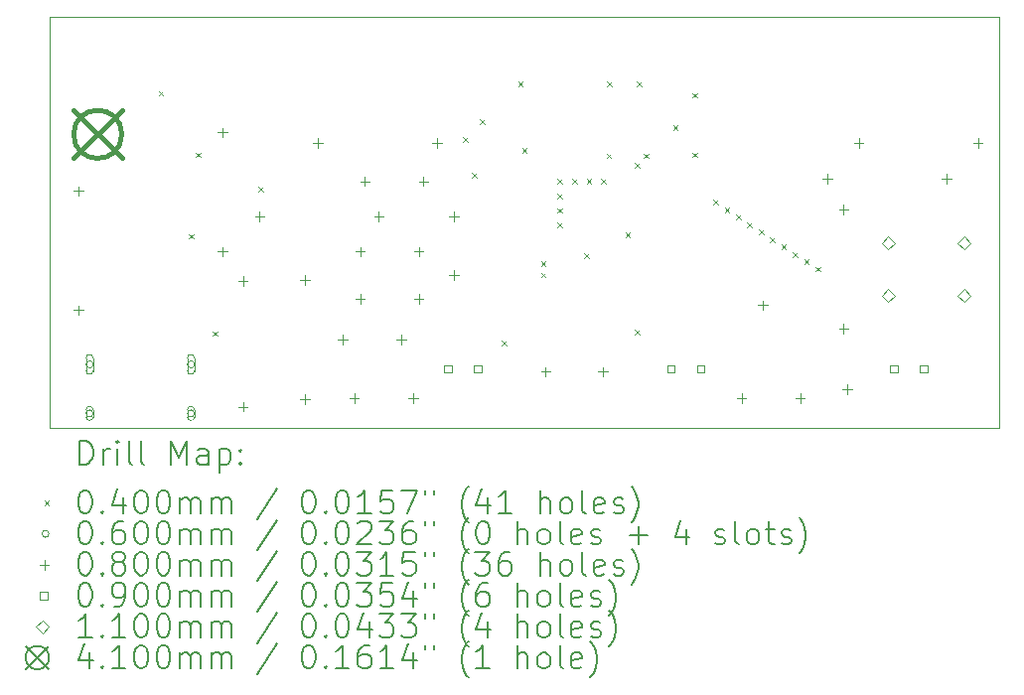
<source format=gbr>
%TF.GenerationSoftware,KiCad,Pcbnew,9.0.2*%
%TF.CreationDate,2025-06-17T12:35:59-07:00*%
%TF.ProjectId,controller,636f6e74-726f-46c6-9c65-722e6b696361,rev?*%
%TF.SameCoordinates,Original*%
%TF.FileFunction,Drillmap*%
%TF.FilePolarity,Positive*%
%FSLAX45Y45*%
G04 Gerber Fmt 4.5, Leading zero omitted, Abs format (unit mm)*
G04 Created by KiCad (PCBNEW 9.0.2) date 2025-06-17 12:35:59*
%MOMM*%
%LPD*%
G01*
G04 APERTURE LIST*
%ADD10C,0.050000*%
%ADD11C,0.200000*%
%ADD12C,0.100000*%
%ADD13C,0.110000*%
%ADD14C,0.410000*%
G04 APERTURE END LIST*
D10*
X10100000Y-7000000D02*
X18200000Y-7000000D01*
X18200000Y-10500000D01*
X10100000Y-10500000D01*
X10100000Y-7000000D01*
D11*
D12*
X11030000Y-7630000D02*
X11070000Y-7670000D01*
X11070000Y-7630000D02*
X11030000Y-7670000D01*
X11287500Y-8850000D02*
X11327500Y-8890000D01*
X11327500Y-8850000D02*
X11287500Y-8890000D01*
X11347500Y-8155000D02*
X11387500Y-8195000D01*
X11387500Y-8155000D02*
X11347500Y-8195000D01*
X11492500Y-9680000D02*
X11532500Y-9720000D01*
X11532500Y-9680000D02*
X11492500Y-9720000D01*
X11880000Y-8450000D02*
X11920000Y-8490000D01*
X11920000Y-8450000D02*
X11880000Y-8490000D01*
X13623250Y-8023250D02*
X13663250Y-8063250D01*
X13663250Y-8023250D02*
X13623250Y-8063250D01*
X13700000Y-8329900D02*
X13740000Y-8369900D01*
X13740000Y-8329900D02*
X13700000Y-8369900D01*
X13771500Y-7870500D02*
X13811500Y-7910500D01*
X13811500Y-7870500D02*
X13771500Y-7910500D01*
X13955000Y-9759500D02*
X13995000Y-9799500D01*
X13995000Y-9759500D02*
X13955000Y-9799500D01*
X14096250Y-7552500D02*
X14136250Y-7592500D01*
X14136250Y-7552500D02*
X14096250Y-7592500D01*
X14130000Y-8120000D02*
X14170000Y-8160000D01*
X14170000Y-8120000D02*
X14130000Y-8160000D01*
X14290000Y-9080000D02*
X14330000Y-9120000D01*
X14330000Y-9080000D02*
X14290000Y-9120000D01*
X14290000Y-9180000D02*
X14330000Y-9220000D01*
X14330000Y-9180000D02*
X14290000Y-9220000D01*
X14430000Y-8380000D02*
X14470000Y-8420000D01*
X14470000Y-8380000D02*
X14430000Y-8420000D01*
X14430000Y-8505000D02*
X14470000Y-8545000D01*
X14470000Y-8505000D02*
X14430000Y-8545000D01*
X14430000Y-8630000D02*
X14470000Y-8670000D01*
X14470000Y-8630000D02*
X14430000Y-8670000D01*
X14430000Y-8755000D02*
X14470000Y-8795000D01*
X14470000Y-8755000D02*
X14430000Y-8795000D01*
X14555000Y-8380000D02*
X14595000Y-8420000D01*
X14595000Y-8380000D02*
X14555000Y-8420000D01*
X14660000Y-9017500D02*
X14700000Y-9057500D01*
X14700000Y-9017500D02*
X14660000Y-9057500D01*
X14680000Y-8380000D02*
X14720000Y-8420000D01*
X14720000Y-8380000D02*
X14680000Y-8420000D01*
X14805000Y-8380000D02*
X14845000Y-8420000D01*
X14845000Y-8380000D02*
X14805000Y-8420000D01*
X14850000Y-8163750D02*
X14890000Y-8203750D01*
X14890000Y-8163750D02*
X14850000Y-8203750D01*
X14853750Y-7552500D02*
X14893750Y-7592500D01*
X14893750Y-7552500D02*
X14853750Y-7592500D01*
X15010000Y-8840000D02*
X15050000Y-8880000D01*
X15050000Y-8840000D02*
X15010000Y-8880000D01*
X15090000Y-8245000D02*
X15130000Y-8285000D01*
X15130000Y-8245000D02*
X15090000Y-8285000D01*
X15090000Y-9669000D02*
X15130000Y-9709000D01*
X15130000Y-9669000D02*
X15090000Y-9709000D01*
X15106250Y-7552500D02*
X15146250Y-7592500D01*
X15146250Y-7552500D02*
X15106250Y-7592500D01*
X15170000Y-8163750D02*
X15210000Y-8203750D01*
X15210000Y-8163750D02*
X15170000Y-8203750D01*
X15416250Y-7923750D02*
X15456250Y-7963750D01*
X15456250Y-7923750D02*
X15416250Y-7963750D01*
X15580000Y-7648000D02*
X15620000Y-7688000D01*
X15620000Y-7648000D02*
X15580000Y-7688000D01*
X15580000Y-8155000D02*
X15620000Y-8195000D01*
X15620000Y-8155000D02*
X15580000Y-8195000D01*
X15760000Y-8560000D02*
X15800000Y-8600000D01*
X15800000Y-8560000D02*
X15760000Y-8600000D01*
X15856667Y-8623333D02*
X15896667Y-8663333D01*
X15896667Y-8623333D02*
X15856667Y-8663333D01*
X15953333Y-8686667D02*
X15993333Y-8726667D01*
X15993333Y-8686667D02*
X15953333Y-8726667D01*
X16050000Y-8750000D02*
X16090000Y-8790000D01*
X16090000Y-8750000D02*
X16050000Y-8790000D01*
X16146667Y-8813333D02*
X16186667Y-8853333D01*
X16186667Y-8813333D02*
X16146667Y-8853333D01*
X16243333Y-8876667D02*
X16283333Y-8916667D01*
X16283333Y-8876667D02*
X16243333Y-8916667D01*
X16340000Y-8940000D02*
X16380000Y-8980000D01*
X16380000Y-8940000D02*
X16340000Y-8980000D01*
X16436667Y-9003333D02*
X16476667Y-9043333D01*
X16476667Y-9003333D02*
X16436667Y-9043333D01*
X16533333Y-9066667D02*
X16573333Y-9106667D01*
X16573333Y-9066667D02*
X16533333Y-9106667D01*
X16630000Y-9130000D02*
X16670000Y-9170000D01*
X16670000Y-9130000D02*
X16630000Y-9170000D01*
X10473000Y-9962000D02*
G75*
G02*
X10413000Y-9962000I-30000J0D01*
G01*
X10413000Y-9962000D02*
G75*
G02*
X10473000Y-9962000I30000J0D01*
G01*
X10413000Y-9907000D02*
X10413000Y-10017000D01*
X10473000Y-10017000D02*
G75*
G02*
X10413000Y-10017000I-30000J0D01*
G01*
X10473000Y-10017000D02*
X10473000Y-9907000D01*
X10473000Y-9907000D02*
G75*
G03*
X10413000Y-9907000I-30000J0D01*
G01*
X10473000Y-10380000D02*
G75*
G02*
X10413000Y-10380000I-30000J0D01*
G01*
X10413000Y-10380000D02*
G75*
G02*
X10473000Y-10380000I30000J0D01*
G01*
X10413000Y-10350000D02*
X10413000Y-10410000D01*
X10473000Y-10410000D02*
G75*
G02*
X10413000Y-10410000I-30000J0D01*
G01*
X10473000Y-10410000D02*
X10473000Y-10350000D01*
X10473000Y-10350000D02*
G75*
G03*
X10413000Y-10350000I-30000J0D01*
G01*
X11337000Y-9962000D02*
G75*
G02*
X11277000Y-9962000I-30000J0D01*
G01*
X11277000Y-9962000D02*
G75*
G02*
X11337000Y-9962000I30000J0D01*
G01*
X11277000Y-9907000D02*
X11277000Y-10017000D01*
X11337000Y-10017000D02*
G75*
G02*
X11277000Y-10017000I-30000J0D01*
G01*
X11337000Y-10017000D02*
X11337000Y-9907000D01*
X11337000Y-9907000D02*
G75*
G03*
X11277000Y-9907000I-30000J0D01*
G01*
X11337000Y-10380000D02*
G75*
G02*
X11277000Y-10380000I-30000J0D01*
G01*
X11277000Y-10380000D02*
G75*
G02*
X11337000Y-10380000I30000J0D01*
G01*
X11277000Y-10350000D02*
X11277000Y-10410000D01*
X11337000Y-10410000D02*
G75*
G02*
X11277000Y-10410000I-30000J0D01*
G01*
X11337000Y-10410000D02*
X11337000Y-10350000D01*
X11337000Y-10350000D02*
G75*
G03*
X11277000Y-10350000I-30000J0D01*
G01*
X10350000Y-8444000D02*
X10350000Y-8524000D01*
X10310000Y-8484000D02*
X10390000Y-8484000D01*
X10350000Y-9460000D02*
X10350000Y-9540000D01*
X10310000Y-9500000D02*
X10390000Y-9500000D01*
X11575000Y-7944000D02*
X11575000Y-8024000D01*
X11535000Y-7984000D02*
X11615000Y-7984000D01*
X11575000Y-8960000D02*
X11575000Y-9040000D01*
X11535000Y-9000000D02*
X11615000Y-9000000D01*
X11750000Y-9210000D02*
X11750000Y-9290000D01*
X11710000Y-9250000D02*
X11790000Y-9250000D01*
X11750000Y-10283000D02*
X11750000Y-10363000D01*
X11710000Y-10323000D02*
X11790000Y-10323000D01*
X11892000Y-8660000D02*
X11892000Y-8740000D01*
X11852000Y-8700000D02*
X11932000Y-8700000D01*
X12280000Y-9203000D02*
X12280000Y-9283000D01*
X12240000Y-9243000D02*
X12320000Y-9243000D01*
X12280000Y-10219000D02*
X12280000Y-10299000D01*
X12240000Y-10259000D02*
X12320000Y-10259000D01*
X12390500Y-8033000D02*
X12390500Y-8113000D01*
X12350500Y-8073000D02*
X12430500Y-8073000D01*
X12600000Y-9710000D02*
X12600000Y-9790000D01*
X12560000Y-9750000D02*
X12640000Y-9750000D01*
X12700000Y-10210000D02*
X12700000Y-10290000D01*
X12660000Y-10250000D02*
X12740000Y-10250000D01*
X12750000Y-8960000D02*
X12750000Y-9040000D01*
X12710000Y-9000000D02*
X12790000Y-9000000D01*
X12750000Y-9365000D02*
X12750000Y-9445000D01*
X12710000Y-9405000D02*
X12790000Y-9405000D01*
X12790000Y-8360000D02*
X12790000Y-8440000D01*
X12750000Y-8400000D02*
X12830000Y-8400000D01*
X12908000Y-8660000D02*
X12908000Y-8740000D01*
X12868000Y-8700000D02*
X12948000Y-8700000D01*
X13100000Y-9710000D02*
X13100000Y-9790000D01*
X13060000Y-9750000D02*
X13140000Y-9750000D01*
X13200000Y-10210000D02*
X13200000Y-10290000D01*
X13160000Y-10250000D02*
X13240000Y-10250000D01*
X13250000Y-8960000D02*
X13250000Y-9040000D01*
X13210000Y-9000000D02*
X13290000Y-9000000D01*
X13250000Y-9365000D02*
X13250000Y-9445000D01*
X13210000Y-9405000D02*
X13290000Y-9405000D01*
X13290000Y-8360000D02*
X13290000Y-8440000D01*
X13250000Y-8400000D02*
X13330000Y-8400000D01*
X13406500Y-8033000D02*
X13406500Y-8113000D01*
X13366500Y-8073000D02*
X13446500Y-8073000D01*
X13550000Y-8660000D02*
X13550000Y-8740000D01*
X13510000Y-8700000D02*
X13590000Y-8700000D01*
X13550000Y-9160000D02*
X13550000Y-9240000D01*
X13510000Y-9200000D02*
X13590000Y-9200000D01*
X14331000Y-9985000D02*
X14331000Y-10065000D01*
X14291000Y-10025000D02*
X14371000Y-10025000D01*
X14819000Y-9985000D02*
X14819000Y-10065000D01*
X14779000Y-10025000D02*
X14859000Y-10025000D01*
X16000000Y-10210000D02*
X16000000Y-10290000D01*
X15960000Y-10250000D02*
X16040000Y-10250000D01*
X16181579Y-9416580D02*
X16181579Y-9496580D01*
X16141579Y-9456580D02*
X16221579Y-9456580D01*
X16500000Y-10210000D02*
X16500000Y-10290000D01*
X16460000Y-10250000D02*
X16540000Y-10250000D01*
X16734000Y-8340000D02*
X16734000Y-8420000D01*
X16694000Y-8380000D02*
X16774000Y-8380000D01*
X16870000Y-8602000D02*
X16870000Y-8682000D01*
X16830000Y-8642000D02*
X16910000Y-8642000D01*
X16870000Y-9618000D02*
X16870000Y-9698000D01*
X16830000Y-9658000D02*
X16910000Y-9658000D01*
X16900000Y-10135000D02*
X16900000Y-10215000D01*
X16860000Y-10175000D02*
X16940000Y-10175000D01*
X17000000Y-8035000D02*
X17000000Y-8115000D01*
X16960000Y-8075000D02*
X17040000Y-8075000D01*
X17750000Y-8340000D02*
X17750000Y-8420000D01*
X17710000Y-8380000D02*
X17790000Y-8380000D01*
X18016000Y-8035000D02*
X18016000Y-8115000D01*
X17976000Y-8075000D02*
X18056000Y-8075000D01*
X13531820Y-10031820D02*
X13531820Y-9968180D01*
X13468180Y-9968180D01*
X13468180Y-10031820D01*
X13531820Y-10031820D01*
X13785820Y-10031820D02*
X13785820Y-9968180D01*
X13722180Y-9968180D01*
X13722180Y-10031820D01*
X13785820Y-10031820D01*
X15431820Y-10031820D02*
X15431820Y-9968180D01*
X15368180Y-9968180D01*
X15368180Y-10031820D01*
X15431820Y-10031820D01*
X15685820Y-10031820D02*
X15685820Y-9968180D01*
X15622180Y-9968180D01*
X15622180Y-10031820D01*
X15685820Y-10031820D01*
X17331820Y-10031820D02*
X17331820Y-9968180D01*
X17268180Y-9968180D01*
X17268180Y-10031820D01*
X17331820Y-10031820D01*
X17585820Y-10031820D02*
X17585820Y-9968180D01*
X17522180Y-9968180D01*
X17522180Y-10031820D01*
X17585820Y-10031820D01*
D13*
X17250000Y-8980000D02*
X17305000Y-8925000D01*
X17250000Y-8870000D01*
X17195000Y-8925000D01*
X17250000Y-8980000D01*
X17250000Y-9430000D02*
X17305000Y-9375000D01*
X17250000Y-9320000D01*
X17195000Y-9375000D01*
X17250000Y-9430000D01*
X17900000Y-8980000D02*
X17955000Y-8925000D01*
X17900000Y-8870000D01*
X17845000Y-8925000D01*
X17900000Y-8980000D01*
X17900000Y-9430000D02*
X17955000Y-9375000D01*
X17900000Y-9320000D01*
X17845000Y-9375000D01*
X17900000Y-9430000D01*
D14*
X10307500Y-7795000D02*
X10717500Y-8205000D01*
X10717500Y-7795000D02*
X10307500Y-8205000D01*
X10717500Y-8000000D02*
G75*
G02*
X10307500Y-8000000I-205000J0D01*
G01*
X10307500Y-8000000D02*
G75*
G02*
X10717500Y-8000000I205000J0D01*
G01*
D11*
X10358277Y-10813984D02*
X10358277Y-10613984D01*
X10358277Y-10613984D02*
X10405896Y-10613984D01*
X10405896Y-10613984D02*
X10434467Y-10623508D01*
X10434467Y-10623508D02*
X10453515Y-10642555D01*
X10453515Y-10642555D02*
X10463039Y-10661603D01*
X10463039Y-10661603D02*
X10472563Y-10699698D01*
X10472563Y-10699698D02*
X10472563Y-10728270D01*
X10472563Y-10728270D02*
X10463039Y-10766365D01*
X10463039Y-10766365D02*
X10453515Y-10785412D01*
X10453515Y-10785412D02*
X10434467Y-10804460D01*
X10434467Y-10804460D02*
X10405896Y-10813984D01*
X10405896Y-10813984D02*
X10358277Y-10813984D01*
X10558277Y-10813984D02*
X10558277Y-10680650D01*
X10558277Y-10718746D02*
X10567801Y-10699698D01*
X10567801Y-10699698D02*
X10577324Y-10690174D01*
X10577324Y-10690174D02*
X10596372Y-10680650D01*
X10596372Y-10680650D02*
X10615420Y-10680650D01*
X10682086Y-10813984D02*
X10682086Y-10680650D01*
X10682086Y-10613984D02*
X10672563Y-10623508D01*
X10672563Y-10623508D02*
X10682086Y-10633031D01*
X10682086Y-10633031D02*
X10691610Y-10623508D01*
X10691610Y-10623508D02*
X10682086Y-10613984D01*
X10682086Y-10613984D02*
X10682086Y-10633031D01*
X10805896Y-10813984D02*
X10786848Y-10804460D01*
X10786848Y-10804460D02*
X10777324Y-10785412D01*
X10777324Y-10785412D02*
X10777324Y-10613984D01*
X10910658Y-10813984D02*
X10891610Y-10804460D01*
X10891610Y-10804460D02*
X10882086Y-10785412D01*
X10882086Y-10785412D02*
X10882086Y-10613984D01*
X11139229Y-10813984D02*
X11139229Y-10613984D01*
X11139229Y-10613984D02*
X11205896Y-10756841D01*
X11205896Y-10756841D02*
X11272562Y-10613984D01*
X11272562Y-10613984D02*
X11272562Y-10813984D01*
X11453515Y-10813984D02*
X11453515Y-10709222D01*
X11453515Y-10709222D02*
X11443991Y-10690174D01*
X11443991Y-10690174D02*
X11424943Y-10680650D01*
X11424943Y-10680650D02*
X11386848Y-10680650D01*
X11386848Y-10680650D02*
X11367801Y-10690174D01*
X11453515Y-10804460D02*
X11434467Y-10813984D01*
X11434467Y-10813984D02*
X11386848Y-10813984D01*
X11386848Y-10813984D02*
X11367801Y-10804460D01*
X11367801Y-10804460D02*
X11358277Y-10785412D01*
X11358277Y-10785412D02*
X11358277Y-10766365D01*
X11358277Y-10766365D02*
X11367801Y-10747317D01*
X11367801Y-10747317D02*
X11386848Y-10737793D01*
X11386848Y-10737793D02*
X11434467Y-10737793D01*
X11434467Y-10737793D02*
X11453515Y-10728270D01*
X11548753Y-10680650D02*
X11548753Y-10880650D01*
X11548753Y-10690174D02*
X11567801Y-10680650D01*
X11567801Y-10680650D02*
X11605896Y-10680650D01*
X11605896Y-10680650D02*
X11624943Y-10690174D01*
X11624943Y-10690174D02*
X11634467Y-10699698D01*
X11634467Y-10699698D02*
X11643991Y-10718746D01*
X11643991Y-10718746D02*
X11643991Y-10775889D01*
X11643991Y-10775889D02*
X11634467Y-10794936D01*
X11634467Y-10794936D02*
X11624943Y-10804460D01*
X11624943Y-10804460D02*
X11605896Y-10813984D01*
X11605896Y-10813984D02*
X11567801Y-10813984D01*
X11567801Y-10813984D02*
X11548753Y-10804460D01*
X11729705Y-10794936D02*
X11739229Y-10804460D01*
X11739229Y-10804460D02*
X11729705Y-10813984D01*
X11729705Y-10813984D02*
X11720182Y-10804460D01*
X11720182Y-10804460D02*
X11729705Y-10794936D01*
X11729705Y-10794936D02*
X11729705Y-10813984D01*
X11729705Y-10690174D02*
X11739229Y-10699698D01*
X11739229Y-10699698D02*
X11729705Y-10709222D01*
X11729705Y-10709222D02*
X11720182Y-10699698D01*
X11720182Y-10699698D02*
X11729705Y-10690174D01*
X11729705Y-10690174D02*
X11729705Y-10709222D01*
D12*
X10057500Y-11122500D02*
X10097500Y-11162500D01*
X10097500Y-11122500D02*
X10057500Y-11162500D01*
D11*
X10396372Y-11033984D02*
X10415420Y-11033984D01*
X10415420Y-11033984D02*
X10434467Y-11043508D01*
X10434467Y-11043508D02*
X10443991Y-11053031D01*
X10443991Y-11053031D02*
X10453515Y-11072079D01*
X10453515Y-11072079D02*
X10463039Y-11110174D01*
X10463039Y-11110174D02*
X10463039Y-11157793D01*
X10463039Y-11157793D02*
X10453515Y-11195888D01*
X10453515Y-11195888D02*
X10443991Y-11214936D01*
X10443991Y-11214936D02*
X10434467Y-11224460D01*
X10434467Y-11224460D02*
X10415420Y-11233984D01*
X10415420Y-11233984D02*
X10396372Y-11233984D01*
X10396372Y-11233984D02*
X10377324Y-11224460D01*
X10377324Y-11224460D02*
X10367801Y-11214936D01*
X10367801Y-11214936D02*
X10358277Y-11195888D01*
X10358277Y-11195888D02*
X10348753Y-11157793D01*
X10348753Y-11157793D02*
X10348753Y-11110174D01*
X10348753Y-11110174D02*
X10358277Y-11072079D01*
X10358277Y-11072079D02*
X10367801Y-11053031D01*
X10367801Y-11053031D02*
X10377324Y-11043508D01*
X10377324Y-11043508D02*
X10396372Y-11033984D01*
X10548753Y-11214936D02*
X10558277Y-11224460D01*
X10558277Y-11224460D02*
X10548753Y-11233984D01*
X10548753Y-11233984D02*
X10539229Y-11224460D01*
X10539229Y-11224460D02*
X10548753Y-11214936D01*
X10548753Y-11214936D02*
X10548753Y-11233984D01*
X10729705Y-11100650D02*
X10729705Y-11233984D01*
X10682086Y-11024460D02*
X10634467Y-11167317D01*
X10634467Y-11167317D02*
X10758277Y-11167317D01*
X10872563Y-11033984D02*
X10891610Y-11033984D01*
X10891610Y-11033984D02*
X10910658Y-11043508D01*
X10910658Y-11043508D02*
X10920182Y-11053031D01*
X10920182Y-11053031D02*
X10929705Y-11072079D01*
X10929705Y-11072079D02*
X10939229Y-11110174D01*
X10939229Y-11110174D02*
X10939229Y-11157793D01*
X10939229Y-11157793D02*
X10929705Y-11195888D01*
X10929705Y-11195888D02*
X10920182Y-11214936D01*
X10920182Y-11214936D02*
X10910658Y-11224460D01*
X10910658Y-11224460D02*
X10891610Y-11233984D01*
X10891610Y-11233984D02*
X10872563Y-11233984D01*
X10872563Y-11233984D02*
X10853515Y-11224460D01*
X10853515Y-11224460D02*
X10843991Y-11214936D01*
X10843991Y-11214936D02*
X10834467Y-11195888D01*
X10834467Y-11195888D02*
X10824944Y-11157793D01*
X10824944Y-11157793D02*
X10824944Y-11110174D01*
X10824944Y-11110174D02*
X10834467Y-11072079D01*
X10834467Y-11072079D02*
X10843991Y-11053031D01*
X10843991Y-11053031D02*
X10853515Y-11043508D01*
X10853515Y-11043508D02*
X10872563Y-11033984D01*
X11063039Y-11033984D02*
X11082086Y-11033984D01*
X11082086Y-11033984D02*
X11101134Y-11043508D01*
X11101134Y-11043508D02*
X11110658Y-11053031D01*
X11110658Y-11053031D02*
X11120182Y-11072079D01*
X11120182Y-11072079D02*
X11129705Y-11110174D01*
X11129705Y-11110174D02*
X11129705Y-11157793D01*
X11129705Y-11157793D02*
X11120182Y-11195888D01*
X11120182Y-11195888D02*
X11110658Y-11214936D01*
X11110658Y-11214936D02*
X11101134Y-11224460D01*
X11101134Y-11224460D02*
X11082086Y-11233984D01*
X11082086Y-11233984D02*
X11063039Y-11233984D01*
X11063039Y-11233984D02*
X11043991Y-11224460D01*
X11043991Y-11224460D02*
X11034467Y-11214936D01*
X11034467Y-11214936D02*
X11024944Y-11195888D01*
X11024944Y-11195888D02*
X11015420Y-11157793D01*
X11015420Y-11157793D02*
X11015420Y-11110174D01*
X11015420Y-11110174D02*
X11024944Y-11072079D01*
X11024944Y-11072079D02*
X11034467Y-11053031D01*
X11034467Y-11053031D02*
X11043991Y-11043508D01*
X11043991Y-11043508D02*
X11063039Y-11033984D01*
X11215420Y-11233984D02*
X11215420Y-11100650D01*
X11215420Y-11119698D02*
X11224943Y-11110174D01*
X11224943Y-11110174D02*
X11243991Y-11100650D01*
X11243991Y-11100650D02*
X11272563Y-11100650D01*
X11272563Y-11100650D02*
X11291610Y-11110174D01*
X11291610Y-11110174D02*
X11301134Y-11129222D01*
X11301134Y-11129222D02*
X11301134Y-11233984D01*
X11301134Y-11129222D02*
X11310658Y-11110174D01*
X11310658Y-11110174D02*
X11329705Y-11100650D01*
X11329705Y-11100650D02*
X11358277Y-11100650D01*
X11358277Y-11100650D02*
X11377324Y-11110174D01*
X11377324Y-11110174D02*
X11386848Y-11129222D01*
X11386848Y-11129222D02*
X11386848Y-11233984D01*
X11482086Y-11233984D02*
X11482086Y-11100650D01*
X11482086Y-11119698D02*
X11491610Y-11110174D01*
X11491610Y-11110174D02*
X11510658Y-11100650D01*
X11510658Y-11100650D02*
X11539229Y-11100650D01*
X11539229Y-11100650D02*
X11558277Y-11110174D01*
X11558277Y-11110174D02*
X11567801Y-11129222D01*
X11567801Y-11129222D02*
X11567801Y-11233984D01*
X11567801Y-11129222D02*
X11577324Y-11110174D01*
X11577324Y-11110174D02*
X11596372Y-11100650D01*
X11596372Y-11100650D02*
X11624943Y-11100650D01*
X11624943Y-11100650D02*
X11643991Y-11110174D01*
X11643991Y-11110174D02*
X11653515Y-11129222D01*
X11653515Y-11129222D02*
X11653515Y-11233984D01*
X12043991Y-11024460D02*
X11872563Y-11281603D01*
X12301134Y-11033984D02*
X12320182Y-11033984D01*
X12320182Y-11033984D02*
X12339229Y-11043508D01*
X12339229Y-11043508D02*
X12348753Y-11053031D01*
X12348753Y-11053031D02*
X12358277Y-11072079D01*
X12358277Y-11072079D02*
X12367801Y-11110174D01*
X12367801Y-11110174D02*
X12367801Y-11157793D01*
X12367801Y-11157793D02*
X12358277Y-11195888D01*
X12358277Y-11195888D02*
X12348753Y-11214936D01*
X12348753Y-11214936D02*
X12339229Y-11224460D01*
X12339229Y-11224460D02*
X12320182Y-11233984D01*
X12320182Y-11233984D02*
X12301134Y-11233984D01*
X12301134Y-11233984D02*
X12282086Y-11224460D01*
X12282086Y-11224460D02*
X12272563Y-11214936D01*
X12272563Y-11214936D02*
X12263039Y-11195888D01*
X12263039Y-11195888D02*
X12253515Y-11157793D01*
X12253515Y-11157793D02*
X12253515Y-11110174D01*
X12253515Y-11110174D02*
X12263039Y-11072079D01*
X12263039Y-11072079D02*
X12272563Y-11053031D01*
X12272563Y-11053031D02*
X12282086Y-11043508D01*
X12282086Y-11043508D02*
X12301134Y-11033984D01*
X12453515Y-11214936D02*
X12463039Y-11224460D01*
X12463039Y-11224460D02*
X12453515Y-11233984D01*
X12453515Y-11233984D02*
X12443991Y-11224460D01*
X12443991Y-11224460D02*
X12453515Y-11214936D01*
X12453515Y-11214936D02*
X12453515Y-11233984D01*
X12586848Y-11033984D02*
X12605896Y-11033984D01*
X12605896Y-11033984D02*
X12624944Y-11043508D01*
X12624944Y-11043508D02*
X12634467Y-11053031D01*
X12634467Y-11053031D02*
X12643991Y-11072079D01*
X12643991Y-11072079D02*
X12653515Y-11110174D01*
X12653515Y-11110174D02*
X12653515Y-11157793D01*
X12653515Y-11157793D02*
X12643991Y-11195888D01*
X12643991Y-11195888D02*
X12634467Y-11214936D01*
X12634467Y-11214936D02*
X12624944Y-11224460D01*
X12624944Y-11224460D02*
X12605896Y-11233984D01*
X12605896Y-11233984D02*
X12586848Y-11233984D01*
X12586848Y-11233984D02*
X12567801Y-11224460D01*
X12567801Y-11224460D02*
X12558277Y-11214936D01*
X12558277Y-11214936D02*
X12548753Y-11195888D01*
X12548753Y-11195888D02*
X12539229Y-11157793D01*
X12539229Y-11157793D02*
X12539229Y-11110174D01*
X12539229Y-11110174D02*
X12548753Y-11072079D01*
X12548753Y-11072079D02*
X12558277Y-11053031D01*
X12558277Y-11053031D02*
X12567801Y-11043508D01*
X12567801Y-11043508D02*
X12586848Y-11033984D01*
X12843991Y-11233984D02*
X12729706Y-11233984D01*
X12786848Y-11233984D02*
X12786848Y-11033984D01*
X12786848Y-11033984D02*
X12767801Y-11062555D01*
X12767801Y-11062555D02*
X12748753Y-11081603D01*
X12748753Y-11081603D02*
X12729706Y-11091127D01*
X13024944Y-11033984D02*
X12929706Y-11033984D01*
X12929706Y-11033984D02*
X12920182Y-11129222D01*
X12920182Y-11129222D02*
X12929706Y-11119698D01*
X12929706Y-11119698D02*
X12948753Y-11110174D01*
X12948753Y-11110174D02*
X12996372Y-11110174D01*
X12996372Y-11110174D02*
X13015420Y-11119698D01*
X13015420Y-11119698D02*
X13024944Y-11129222D01*
X13024944Y-11129222D02*
X13034467Y-11148270D01*
X13034467Y-11148270D02*
X13034467Y-11195888D01*
X13034467Y-11195888D02*
X13024944Y-11214936D01*
X13024944Y-11214936D02*
X13015420Y-11224460D01*
X13015420Y-11224460D02*
X12996372Y-11233984D01*
X12996372Y-11233984D02*
X12948753Y-11233984D01*
X12948753Y-11233984D02*
X12929706Y-11224460D01*
X12929706Y-11224460D02*
X12920182Y-11214936D01*
X13101134Y-11033984D02*
X13234467Y-11033984D01*
X13234467Y-11033984D02*
X13148753Y-11233984D01*
X13301134Y-11033984D02*
X13301134Y-11072079D01*
X13377325Y-11033984D02*
X13377325Y-11072079D01*
X13672563Y-11310174D02*
X13663039Y-11300650D01*
X13663039Y-11300650D02*
X13643991Y-11272079D01*
X13643991Y-11272079D02*
X13634468Y-11253031D01*
X13634468Y-11253031D02*
X13624944Y-11224460D01*
X13624944Y-11224460D02*
X13615420Y-11176841D01*
X13615420Y-11176841D02*
X13615420Y-11138746D01*
X13615420Y-11138746D02*
X13624944Y-11091127D01*
X13624944Y-11091127D02*
X13634468Y-11062555D01*
X13634468Y-11062555D02*
X13643991Y-11043508D01*
X13643991Y-11043508D02*
X13663039Y-11014936D01*
X13663039Y-11014936D02*
X13672563Y-11005412D01*
X13834468Y-11100650D02*
X13834468Y-11233984D01*
X13786848Y-11024460D02*
X13739229Y-11167317D01*
X13739229Y-11167317D02*
X13863039Y-11167317D01*
X14043991Y-11233984D02*
X13929706Y-11233984D01*
X13986848Y-11233984D02*
X13986848Y-11033984D01*
X13986848Y-11033984D02*
X13967801Y-11062555D01*
X13967801Y-11062555D02*
X13948753Y-11081603D01*
X13948753Y-11081603D02*
X13929706Y-11091127D01*
X14282087Y-11233984D02*
X14282087Y-11033984D01*
X14367801Y-11233984D02*
X14367801Y-11129222D01*
X14367801Y-11129222D02*
X14358277Y-11110174D01*
X14358277Y-11110174D02*
X14339230Y-11100650D01*
X14339230Y-11100650D02*
X14310658Y-11100650D01*
X14310658Y-11100650D02*
X14291610Y-11110174D01*
X14291610Y-11110174D02*
X14282087Y-11119698D01*
X14491610Y-11233984D02*
X14472563Y-11224460D01*
X14472563Y-11224460D02*
X14463039Y-11214936D01*
X14463039Y-11214936D02*
X14453515Y-11195888D01*
X14453515Y-11195888D02*
X14453515Y-11138746D01*
X14453515Y-11138746D02*
X14463039Y-11119698D01*
X14463039Y-11119698D02*
X14472563Y-11110174D01*
X14472563Y-11110174D02*
X14491610Y-11100650D01*
X14491610Y-11100650D02*
X14520182Y-11100650D01*
X14520182Y-11100650D02*
X14539230Y-11110174D01*
X14539230Y-11110174D02*
X14548753Y-11119698D01*
X14548753Y-11119698D02*
X14558277Y-11138746D01*
X14558277Y-11138746D02*
X14558277Y-11195888D01*
X14558277Y-11195888D02*
X14548753Y-11214936D01*
X14548753Y-11214936D02*
X14539230Y-11224460D01*
X14539230Y-11224460D02*
X14520182Y-11233984D01*
X14520182Y-11233984D02*
X14491610Y-11233984D01*
X14672563Y-11233984D02*
X14653515Y-11224460D01*
X14653515Y-11224460D02*
X14643991Y-11205412D01*
X14643991Y-11205412D02*
X14643991Y-11033984D01*
X14824944Y-11224460D02*
X14805896Y-11233984D01*
X14805896Y-11233984D02*
X14767801Y-11233984D01*
X14767801Y-11233984D02*
X14748753Y-11224460D01*
X14748753Y-11224460D02*
X14739230Y-11205412D01*
X14739230Y-11205412D02*
X14739230Y-11129222D01*
X14739230Y-11129222D02*
X14748753Y-11110174D01*
X14748753Y-11110174D02*
X14767801Y-11100650D01*
X14767801Y-11100650D02*
X14805896Y-11100650D01*
X14805896Y-11100650D02*
X14824944Y-11110174D01*
X14824944Y-11110174D02*
X14834468Y-11129222D01*
X14834468Y-11129222D02*
X14834468Y-11148270D01*
X14834468Y-11148270D02*
X14739230Y-11167317D01*
X14910658Y-11224460D02*
X14929706Y-11233984D01*
X14929706Y-11233984D02*
X14967801Y-11233984D01*
X14967801Y-11233984D02*
X14986849Y-11224460D01*
X14986849Y-11224460D02*
X14996372Y-11205412D01*
X14996372Y-11205412D02*
X14996372Y-11195888D01*
X14996372Y-11195888D02*
X14986849Y-11176841D01*
X14986849Y-11176841D02*
X14967801Y-11167317D01*
X14967801Y-11167317D02*
X14939230Y-11167317D01*
X14939230Y-11167317D02*
X14920182Y-11157793D01*
X14920182Y-11157793D02*
X14910658Y-11138746D01*
X14910658Y-11138746D02*
X14910658Y-11129222D01*
X14910658Y-11129222D02*
X14920182Y-11110174D01*
X14920182Y-11110174D02*
X14939230Y-11100650D01*
X14939230Y-11100650D02*
X14967801Y-11100650D01*
X14967801Y-11100650D02*
X14986849Y-11110174D01*
X15063039Y-11310174D02*
X15072563Y-11300650D01*
X15072563Y-11300650D02*
X15091611Y-11272079D01*
X15091611Y-11272079D02*
X15101134Y-11253031D01*
X15101134Y-11253031D02*
X15110658Y-11224460D01*
X15110658Y-11224460D02*
X15120182Y-11176841D01*
X15120182Y-11176841D02*
X15120182Y-11138746D01*
X15120182Y-11138746D02*
X15110658Y-11091127D01*
X15110658Y-11091127D02*
X15101134Y-11062555D01*
X15101134Y-11062555D02*
X15091611Y-11043508D01*
X15091611Y-11043508D02*
X15072563Y-11014936D01*
X15072563Y-11014936D02*
X15063039Y-11005412D01*
D12*
X10097500Y-11406500D02*
G75*
G02*
X10037500Y-11406500I-30000J0D01*
G01*
X10037500Y-11406500D02*
G75*
G02*
X10097500Y-11406500I30000J0D01*
G01*
D11*
X10396372Y-11297984D02*
X10415420Y-11297984D01*
X10415420Y-11297984D02*
X10434467Y-11307508D01*
X10434467Y-11307508D02*
X10443991Y-11317031D01*
X10443991Y-11317031D02*
X10453515Y-11336079D01*
X10453515Y-11336079D02*
X10463039Y-11374174D01*
X10463039Y-11374174D02*
X10463039Y-11421793D01*
X10463039Y-11421793D02*
X10453515Y-11459888D01*
X10453515Y-11459888D02*
X10443991Y-11478936D01*
X10443991Y-11478936D02*
X10434467Y-11488460D01*
X10434467Y-11488460D02*
X10415420Y-11497984D01*
X10415420Y-11497984D02*
X10396372Y-11497984D01*
X10396372Y-11497984D02*
X10377324Y-11488460D01*
X10377324Y-11488460D02*
X10367801Y-11478936D01*
X10367801Y-11478936D02*
X10358277Y-11459888D01*
X10358277Y-11459888D02*
X10348753Y-11421793D01*
X10348753Y-11421793D02*
X10348753Y-11374174D01*
X10348753Y-11374174D02*
X10358277Y-11336079D01*
X10358277Y-11336079D02*
X10367801Y-11317031D01*
X10367801Y-11317031D02*
X10377324Y-11307508D01*
X10377324Y-11307508D02*
X10396372Y-11297984D01*
X10548753Y-11478936D02*
X10558277Y-11488460D01*
X10558277Y-11488460D02*
X10548753Y-11497984D01*
X10548753Y-11497984D02*
X10539229Y-11488460D01*
X10539229Y-11488460D02*
X10548753Y-11478936D01*
X10548753Y-11478936D02*
X10548753Y-11497984D01*
X10729705Y-11297984D02*
X10691610Y-11297984D01*
X10691610Y-11297984D02*
X10672563Y-11307508D01*
X10672563Y-11307508D02*
X10663039Y-11317031D01*
X10663039Y-11317031D02*
X10643991Y-11345603D01*
X10643991Y-11345603D02*
X10634467Y-11383698D01*
X10634467Y-11383698D02*
X10634467Y-11459888D01*
X10634467Y-11459888D02*
X10643991Y-11478936D01*
X10643991Y-11478936D02*
X10653515Y-11488460D01*
X10653515Y-11488460D02*
X10672563Y-11497984D01*
X10672563Y-11497984D02*
X10710658Y-11497984D01*
X10710658Y-11497984D02*
X10729705Y-11488460D01*
X10729705Y-11488460D02*
X10739229Y-11478936D01*
X10739229Y-11478936D02*
X10748753Y-11459888D01*
X10748753Y-11459888D02*
X10748753Y-11412269D01*
X10748753Y-11412269D02*
X10739229Y-11393222D01*
X10739229Y-11393222D02*
X10729705Y-11383698D01*
X10729705Y-11383698D02*
X10710658Y-11374174D01*
X10710658Y-11374174D02*
X10672563Y-11374174D01*
X10672563Y-11374174D02*
X10653515Y-11383698D01*
X10653515Y-11383698D02*
X10643991Y-11393222D01*
X10643991Y-11393222D02*
X10634467Y-11412269D01*
X10872563Y-11297984D02*
X10891610Y-11297984D01*
X10891610Y-11297984D02*
X10910658Y-11307508D01*
X10910658Y-11307508D02*
X10920182Y-11317031D01*
X10920182Y-11317031D02*
X10929705Y-11336079D01*
X10929705Y-11336079D02*
X10939229Y-11374174D01*
X10939229Y-11374174D02*
X10939229Y-11421793D01*
X10939229Y-11421793D02*
X10929705Y-11459888D01*
X10929705Y-11459888D02*
X10920182Y-11478936D01*
X10920182Y-11478936D02*
X10910658Y-11488460D01*
X10910658Y-11488460D02*
X10891610Y-11497984D01*
X10891610Y-11497984D02*
X10872563Y-11497984D01*
X10872563Y-11497984D02*
X10853515Y-11488460D01*
X10853515Y-11488460D02*
X10843991Y-11478936D01*
X10843991Y-11478936D02*
X10834467Y-11459888D01*
X10834467Y-11459888D02*
X10824944Y-11421793D01*
X10824944Y-11421793D02*
X10824944Y-11374174D01*
X10824944Y-11374174D02*
X10834467Y-11336079D01*
X10834467Y-11336079D02*
X10843991Y-11317031D01*
X10843991Y-11317031D02*
X10853515Y-11307508D01*
X10853515Y-11307508D02*
X10872563Y-11297984D01*
X11063039Y-11297984D02*
X11082086Y-11297984D01*
X11082086Y-11297984D02*
X11101134Y-11307508D01*
X11101134Y-11307508D02*
X11110658Y-11317031D01*
X11110658Y-11317031D02*
X11120182Y-11336079D01*
X11120182Y-11336079D02*
X11129705Y-11374174D01*
X11129705Y-11374174D02*
X11129705Y-11421793D01*
X11129705Y-11421793D02*
X11120182Y-11459888D01*
X11120182Y-11459888D02*
X11110658Y-11478936D01*
X11110658Y-11478936D02*
X11101134Y-11488460D01*
X11101134Y-11488460D02*
X11082086Y-11497984D01*
X11082086Y-11497984D02*
X11063039Y-11497984D01*
X11063039Y-11497984D02*
X11043991Y-11488460D01*
X11043991Y-11488460D02*
X11034467Y-11478936D01*
X11034467Y-11478936D02*
X11024944Y-11459888D01*
X11024944Y-11459888D02*
X11015420Y-11421793D01*
X11015420Y-11421793D02*
X11015420Y-11374174D01*
X11015420Y-11374174D02*
X11024944Y-11336079D01*
X11024944Y-11336079D02*
X11034467Y-11317031D01*
X11034467Y-11317031D02*
X11043991Y-11307508D01*
X11043991Y-11307508D02*
X11063039Y-11297984D01*
X11215420Y-11497984D02*
X11215420Y-11364650D01*
X11215420Y-11383698D02*
X11224943Y-11374174D01*
X11224943Y-11374174D02*
X11243991Y-11364650D01*
X11243991Y-11364650D02*
X11272563Y-11364650D01*
X11272563Y-11364650D02*
X11291610Y-11374174D01*
X11291610Y-11374174D02*
X11301134Y-11393222D01*
X11301134Y-11393222D02*
X11301134Y-11497984D01*
X11301134Y-11393222D02*
X11310658Y-11374174D01*
X11310658Y-11374174D02*
X11329705Y-11364650D01*
X11329705Y-11364650D02*
X11358277Y-11364650D01*
X11358277Y-11364650D02*
X11377324Y-11374174D01*
X11377324Y-11374174D02*
X11386848Y-11393222D01*
X11386848Y-11393222D02*
X11386848Y-11497984D01*
X11482086Y-11497984D02*
X11482086Y-11364650D01*
X11482086Y-11383698D02*
X11491610Y-11374174D01*
X11491610Y-11374174D02*
X11510658Y-11364650D01*
X11510658Y-11364650D02*
X11539229Y-11364650D01*
X11539229Y-11364650D02*
X11558277Y-11374174D01*
X11558277Y-11374174D02*
X11567801Y-11393222D01*
X11567801Y-11393222D02*
X11567801Y-11497984D01*
X11567801Y-11393222D02*
X11577324Y-11374174D01*
X11577324Y-11374174D02*
X11596372Y-11364650D01*
X11596372Y-11364650D02*
X11624943Y-11364650D01*
X11624943Y-11364650D02*
X11643991Y-11374174D01*
X11643991Y-11374174D02*
X11653515Y-11393222D01*
X11653515Y-11393222D02*
X11653515Y-11497984D01*
X12043991Y-11288460D02*
X11872563Y-11545603D01*
X12301134Y-11297984D02*
X12320182Y-11297984D01*
X12320182Y-11297984D02*
X12339229Y-11307508D01*
X12339229Y-11307508D02*
X12348753Y-11317031D01*
X12348753Y-11317031D02*
X12358277Y-11336079D01*
X12358277Y-11336079D02*
X12367801Y-11374174D01*
X12367801Y-11374174D02*
X12367801Y-11421793D01*
X12367801Y-11421793D02*
X12358277Y-11459888D01*
X12358277Y-11459888D02*
X12348753Y-11478936D01*
X12348753Y-11478936D02*
X12339229Y-11488460D01*
X12339229Y-11488460D02*
X12320182Y-11497984D01*
X12320182Y-11497984D02*
X12301134Y-11497984D01*
X12301134Y-11497984D02*
X12282086Y-11488460D01*
X12282086Y-11488460D02*
X12272563Y-11478936D01*
X12272563Y-11478936D02*
X12263039Y-11459888D01*
X12263039Y-11459888D02*
X12253515Y-11421793D01*
X12253515Y-11421793D02*
X12253515Y-11374174D01*
X12253515Y-11374174D02*
X12263039Y-11336079D01*
X12263039Y-11336079D02*
X12272563Y-11317031D01*
X12272563Y-11317031D02*
X12282086Y-11307508D01*
X12282086Y-11307508D02*
X12301134Y-11297984D01*
X12453515Y-11478936D02*
X12463039Y-11488460D01*
X12463039Y-11488460D02*
X12453515Y-11497984D01*
X12453515Y-11497984D02*
X12443991Y-11488460D01*
X12443991Y-11488460D02*
X12453515Y-11478936D01*
X12453515Y-11478936D02*
X12453515Y-11497984D01*
X12586848Y-11297984D02*
X12605896Y-11297984D01*
X12605896Y-11297984D02*
X12624944Y-11307508D01*
X12624944Y-11307508D02*
X12634467Y-11317031D01*
X12634467Y-11317031D02*
X12643991Y-11336079D01*
X12643991Y-11336079D02*
X12653515Y-11374174D01*
X12653515Y-11374174D02*
X12653515Y-11421793D01*
X12653515Y-11421793D02*
X12643991Y-11459888D01*
X12643991Y-11459888D02*
X12634467Y-11478936D01*
X12634467Y-11478936D02*
X12624944Y-11488460D01*
X12624944Y-11488460D02*
X12605896Y-11497984D01*
X12605896Y-11497984D02*
X12586848Y-11497984D01*
X12586848Y-11497984D02*
X12567801Y-11488460D01*
X12567801Y-11488460D02*
X12558277Y-11478936D01*
X12558277Y-11478936D02*
X12548753Y-11459888D01*
X12548753Y-11459888D02*
X12539229Y-11421793D01*
X12539229Y-11421793D02*
X12539229Y-11374174D01*
X12539229Y-11374174D02*
X12548753Y-11336079D01*
X12548753Y-11336079D02*
X12558277Y-11317031D01*
X12558277Y-11317031D02*
X12567801Y-11307508D01*
X12567801Y-11307508D02*
X12586848Y-11297984D01*
X12729706Y-11317031D02*
X12739229Y-11307508D01*
X12739229Y-11307508D02*
X12758277Y-11297984D01*
X12758277Y-11297984D02*
X12805896Y-11297984D01*
X12805896Y-11297984D02*
X12824944Y-11307508D01*
X12824944Y-11307508D02*
X12834467Y-11317031D01*
X12834467Y-11317031D02*
X12843991Y-11336079D01*
X12843991Y-11336079D02*
X12843991Y-11355127D01*
X12843991Y-11355127D02*
X12834467Y-11383698D01*
X12834467Y-11383698D02*
X12720182Y-11497984D01*
X12720182Y-11497984D02*
X12843991Y-11497984D01*
X12910658Y-11297984D02*
X13034467Y-11297984D01*
X13034467Y-11297984D02*
X12967801Y-11374174D01*
X12967801Y-11374174D02*
X12996372Y-11374174D01*
X12996372Y-11374174D02*
X13015420Y-11383698D01*
X13015420Y-11383698D02*
X13024944Y-11393222D01*
X13024944Y-11393222D02*
X13034467Y-11412269D01*
X13034467Y-11412269D02*
X13034467Y-11459888D01*
X13034467Y-11459888D02*
X13024944Y-11478936D01*
X13024944Y-11478936D02*
X13015420Y-11488460D01*
X13015420Y-11488460D02*
X12996372Y-11497984D01*
X12996372Y-11497984D02*
X12939229Y-11497984D01*
X12939229Y-11497984D02*
X12920182Y-11488460D01*
X12920182Y-11488460D02*
X12910658Y-11478936D01*
X13205896Y-11297984D02*
X13167801Y-11297984D01*
X13167801Y-11297984D02*
X13148753Y-11307508D01*
X13148753Y-11307508D02*
X13139229Y-11317031D01*
X13139229Y-11317031D02*
X13120182Y-11345603D01*
X13120182Y-11345603D02*
X13110658Y-11383698D01*
X13110658Y-11383698D02*
X13110658Y-11459888D01*
X13110658Y-11459888D02*
X13120182Y-11478936D01*
X13120182Y-11478936D02*
X13129706Y-11488460D01*
X13129706Y-11488460D02*
X13148753Y-11497984D01*
X13148753Y-11497984D02*
X13186848Y-11497984D01*
X13186848Y-11497984D02*
X13205896Y-11488460D01*
X13205896Y-11488460D02*
X13215420Y-11478936D01*
X13215420Y-11478936D02*
X13224944Y-11459888D01*
X13224944Y-11459888D02*
X13224944Y-11412269D01*
X13224944Y-11412269D02*
X13215420Y-11393222D01*
X13215420Y-11393222D02*
X13205896Y-11383698D01*
X13205896Y-11383698D02*
X13186848Y-11374174D01*
X13186848Y-11374174D02*
X13148753Y-11374174D01*
X13148753Y-11374174D02*
X13129706Y-11383698D01*
X13129706Y-11383698D02*
X13120182Y-11393222D01*
X13120182Y-11393222D02*
X13110658Y-11412269D01*
X13301134Y-11297984D02*
X13301134Y-11336079D01*
X13377325Y-11297984D02*
X13377325Y-11336079D01*
X13672563Y-11574174D02*
X13663039Y-11564650D01*
X13663039Y-11564650D02*
X13643991Y-11536079D01*
X13643991Y-11536079D02*
X13634468Y-11517031D01*
X13634468Y-11517031D02*
X13624944Y-11488460D01*
X13624944Y-11488460D02*
X13615420Y-11440841D01*
X13615420Y-11440841D02*
X13615420Y-11402746D01*
X13615420Y-11402746D02*
X13624944Y-11355127D01*
X13624944Y-11355127D02*
X13634468Y-11326555D01*
X13634468Y-11326555D02*
X13643991Y-11307508D01*
X13643991Y-11307508D02*
X13663039Y-11278936D01*
X13663039Y-11278936D02*
X13672563Y-11269412D01*
X13786848Y-11297984D02*
X13805896Y-11297984D01*
X13805896Y-11297984D02*
X13824944Y-11307508D01*
X13824944Y-11307508D02*
X13834468Y-11317031D01*
X13834468Y-11317031D02*
X13843991Y-11336079D01*
X13843991Y-11336079D02*
X13853515Y-11374174D01*
X13853515Y-11374174D02*
X13853515Y-11421793D01*
X13853515Y-11421793D02*
X13843991Y-11459888D01*
X13843991Y-11459888D02*
X13834468Y-11478936D01*
X13834468Y-11478936D02*
X13824944Y-11488460D01*
X13824944Y-11488460D02*
X13805896Y-11497984D01*
X13805896Y-11497984D02*
X13786848Y-11497984D01*
X13786848Y-11497984D02*
X13767801Y-11488460D01*
X13767801Y-11488460D02*
X13758277Y-11478936D01*
X13758277Y-11478936D02*
X13748753Y-11459888D01*
X13748753Y-11459888D02*
X13739229Y-11421793D01*
X13739229Y-11421793D02*
X13739229Y-11374174D01*
X13739229Y-11374174D02*
X13748753Y-11336079D01*
X13748753Y-11336079D02*
X13758277Y-11317031D01*
X13758277Y-11317031D02*
X13767801Y-11307508D01*
X13767801Y-11307508D02*
X13786848Y-11297984D01*
X14091610Y-11497984D02*
X14091610Y-11297984D01*
X14177325Y-11497984D02*
X14177325Y-11393222D01*
X14177325Y-11393222D02*
X14167801Y-11374174D01*
X14167801Y-11374174D02*
X14148753Y-11364650D01*
X14148753Y-11364650D02*
X14120182Y-11364650D01*
X14120182Y-11364650D02*
X14101134Y-11374174D01*
X14101134Y-11374174D02*
X14091610Y-11383698D01*
X14301134Y-11497984D02*
X14282087Y-11488460D01*
X14282087Y-11488460D02*
X14272563Y-11478936D01*
X14272563Y-11478936D02*
X14263039Y-11459888D01*
X14263039Y-11459888D02*
X14263039Y-11402746D01*
X14263039Y-11402746D02*
X14272563Y-11383698D01*
X14272563Y-11383698D02*
X14282087Y-11374174D01*
X14282087Y-11374174D02*
X14301134Y-11364650D01*
X14301134Y-11364650D02*
X14329706Y-11364650D01*
X14329706Y-11364650D02*
X14348753Y-11374174D01*
X14348753Y-11374174D02*
X14358277Y-11383698D01*
X14358277Y-11383698D02*
X14367801Y-11402746D01*
X14367801Y-11402746D02*
X14367801Y-11459888D01*
X14367801Y-11459888D02*
X14358277Y-11478936D01*
X14358277Y-11478936D02*
X14348753Y-11488460D01*
X14348753Y-11488460D02*
X14329706Y-11497984D01*
X14329706Y-11497984D02*
X14301134Y-11497984D01*
X14482087Y-11497984D02*
X14463039Y-11488460D01*
X14463039Y-11488460D02*
X14453515Y-11469412D01*
X14453515Y-11469412D02*
X14453515Y-11297984D01*
X14634468Y-11488460D02*
X14615420Y-11497984D01*
X14615420Y-11497984D02*
X14577325Y-11497984D01*
X14577325Y-11497984D02*
X14558277Y-11488460D01*
X14558277Y-11488460D02*
X14548753Y-11469412D01*
X14548753Y-11469412D02*
X14548753Y-11393222D01*
X14548753Y-11393222D02*
X14558277Y-11374174D01*
X14558277Y-11374174D02*
X14577325Y-11364650D01*
X14577325Y-11364650D02*
X14615420Y-11364650D01*
X14615420Y-11364650D02*
X14634468Y-11374174D01*
X14634468Y-11374174D02*
X14643991Y-11393222D01*
X14643991Y-11393222D02*
X14643991Y-11412269D01*
X14643991Y-11412269D02*
X14548753Y-11431317D01*
X14720182Y-11488460D02*
X14739230Y-11497984D01*
X14739230Y-11497984D02*
X14777325Y-11497984D01*
X14777325Y-11497984D02*
X14796372Y-11488460D01*
X14796372Y-11488460D02*
X14805896Y-11469412D01*
X14805896Y-11469412D02*
X14805896Y-11459888D01*
X14805896Y-11459888D02*
X14796372Y-11440841D01*
X14796372Y-11440841D02*
X14777325Y-11431317D01*
X14777325Y-11431317D02*
X14748753Y-11431317D01*
X14748753Y-11431317D02*
X14729706Y-11421793D01*
X14729706Y-11421793D02*
X14720182Y-11402746D01*
X14720182Y-11402746D02*
X14720182Y-11393222D01*
X14720182Y-11393222D02*
X14729706Y-11374174D01*
X14729706Y-11374174D02*
X14748753Y-11364650D01*
X14748753Y-11364650D02*
X14777325Y-11364650D01*
X14777325Y-11364650D02*
X14796372Y-11374174D01*
X15043992Y-11421793D02*
X15196373Y-11421793D01*
X15120182Y-11497984D02*
X15120182Y-11345603D01*
X15529706Y-11364650D02*
X15529706Y-11497984D01*
X15482087Y-11288460D02*
X15434468Y-11431317D01*
X15434468Y-11431317D02*
X15558277Y-11431317D01*
X15777325Y-11488460D02*
X15796373Y-11497984D01*
X15796373Y-11497984D02*
X15834468Y-11497984D01*
X15834468Y-11497984D02*
X15853515Y-11488460D01*
X15853515Y-11488460D02*
X15863039Y-11469412D01*
X15863039Y-11469412D02*
X15863039Y-11459888D01*
X15863039Y-11459888D02*
X15853515Y-11440841D01*
X15853515Y-11440841D02*
X15834468Y-11431317D01*
X15834468Y-11431317D02*
X15805896Y-11431317D01*
X15805896Y-11431317D02*
X15786849Y-11421793D01*
X15786849Y-11421793D02*
X15777325Y-11402746D01*
X15777325Y-11402746D02*
X15777325Y-11393222D01*
X15777325Y-11393222D02*
X15786849Y-11374174D01*
X15786849Y-11374174D02*
X15805896Y-11364650D01*
X15805896Y-11364650D02*
X15834468Y-11364650D01*
X15834468Y-11364650D02*
X15853515Y-11374174D01*
X15977325Y-11497984D02*
X15958277Y-11488460D01*
X15958277Y-11488460D02*
X15948754Y-11469412D01*
X15948754Y-11469412D02*
X15948754Y-11297984D01*
X16082087Y-11497984D02*
X16063039Y-11488460D01*
X16063039Y-11488460D02*
X16053515Y-11478936D01*
X16053515Y-11478936D02*
X16043992Y-11459888D01*
X16043992Y-11459888D02*
X16043992Y-11402746D01*
X16043992Y-11402746D02*
X16053515Y-11383698D01*
X16053515Y-11383698D02*
X16063039Y-11374174D01*
X16063039Y-11374174D02*
X16082087Y-11364650D01*
X16082087Y-11364650D02*
X16110658Y-11364650D01*
X16110658Y-11364650D02*
X16129706Y-11374174D01*
X16129706Y-11374174D02*
X16139230Y-11383698D01*
X16139230Y-11383698D02*
X16148754Y-11402746D01*
X16148754Y-11402746D02*
X16148754Y-11459888D01*
X16148754Y-11459888D02*
X16139230Y-11478936D01*
X16139230Y-11478936D02*
X16129706Y-11488460D01*
X16129706Y-11488460D02*
X16110658Y-11497984D01*
X16110658Y-11497984D02*
X16082087Y-11497984D01*
X16205896Y-11364650D02*
X16282087Y-11364650D01*
X16234468Y-11297984D02*
X16234468Y-11469412D01*
X16234468Y-11469412D02*
X16243992Y-11488460D01*
X16243992Y-11488460D02*
X16263039Y-11497984D01*
X16263039Y-11497984D02*
X16282087Y-11497984D01*
X16339230Y-11488460D02*
X16358277Y-11497984D01*
X16358277Y-11497984D02*
X16396373Y-11497984D01*
X16396373Y-11497984D02*
X16415420Y-11488460D01*
X16415420Y-11488460D02*
X16424944Y-11469412D01*
X16424944Y-11469412D02*
X16424944Y-11459888D01*
X16424944Y-11459888D02*
X16415420Y-11440841D01*
X16415420Y-11440841D02*
X16396373Y-11431317D01*
X16396373Y-11431317D02*
X16367801Y-11431317D01*
X16367801Y-11431317D02*
X16348754Y-11421793D01*
X16348754Y-11421793D02*
X16339230Y-11402746D01*
X16339230Y-11402746D02*
X16339230Y-11393222D01*
X16339230Y-11393222D02*
X16348754Y-11374174D01*
X16348754Y-11374174D02*
X16367801Y-11364650D01*
X16367801Y-11364650D02*
X16396373Y-11364650D01*
X16396373Y-11364650D02*
X16415420Y-11374174D01*
X16491611Y-11574174D02*
X16501135Y-11564650D01*
X16501135Y-11564650D02*
X16520182Y-11536079D01*
X16520182Y-11536079D02*
X16529706Y-11517031D01*
X16529706Y-11517031D02*
X16539230Y-11488460D01*
X16539230Y-11488460D02*
X16548754Y-11440841D01*
X16548754Y-11440841D02*
X16548754Y-11402746D01*
X16548754Y-11402746D02*
X16539230Y-11355127D01*
X16539230Y-11355127D02*
X16529706Y-11326555D01*
X16529706Y-11326555D02*
X16520182Y-11307508D01*
X16520182Y-11307508D02*
X16501135Y-11278936D01*
X16501135Y-11278936D02*
X16491611Y-11269412D01*
D12*
X10057500Y-11630500D02*
X10057500Y-11710500D01*
X10017500Y-11670500D02*
X10097500Y-11670500D01*
D11*
X10396372Y-11561984D02*
X10415420Y-11561984D01*
X10415420Y-11561984D02*
X10434467Y-11571508D01*
X10434467Y-11571508D02*
X10443991Y-11581031D01*
X10443991Y-11581031D02*
X10453515Y-11600079D01*
X10453515Y-11600079D02*
X10463039Y-11638174D01*
X10463039Y-11638174D02*
X10463039Y-11685793D01*
X10463039Y-11685793D02*
X10453515Y-11723888D01*
X10453515Y-11723888D02*
X10443991Y-11742936D01*
X10443991Y-11742936D02*
X10434467Y-11752460D01*
X10434467Y-11752460D02*
X10415420Y-11761984D01*
X10415420Y-11761984D02*
X10396372Y-11761984D01*
X10396372Y-11761984D02*
X10377324Y-11752460D01*
X10377324Y-11752460D02*
X10367801Y-11742936D01*
X10367801Y-11742936D02*
X10358277Y-11723888D01*
X10358277Y-11723888D02*
X10348753Y-11685793D01*
X10348753Y-11685793D02*
X10348753Y-11638174D01*
X10348753Y-11638174D02*
X10358277Y-11600079D01*
X10358277Y-11600079D02*
X10367801Y-11581031D01*
X10367801Y-11581031D02*
X10377324Y-11571508D01*
X10377324Y-11571508D02*
X10396372Y-11561984D01*
X10548753Y-11742936D02*
X10558277Y-11752460D01*
X10558277Y-11752460D02*
X10548753Y-11761984D01*
X10548753Y-11761984D02*
X10539229Y-11752460D01*
X10539229Y-11752460D02*
X10548753Y-11742936D01*
X10548753Y-11742936D02*
X10548753Y-11761984D01*
X10672563Y-11647698D02*
X10653515Y-11638174D01*
X10653515Y-11638174D02*
X10643991Y-11628650D01*
X10643991Y-11628650D02*
X10634467Y-11609603D01*
X10634467Y-11609603D02*
X10634467Y-11600079D01*
X10634467Y-11600079D02*
X10643991Y-11581031D01*
X10643991Y-11581031D02*
X10653515Y-11571508D01*
X10653515Y-11571508D02*
X10672563Y-11561984D01*
X10672563Y-11561984D02*
X10710658Y-11561984D01*
X10710658Y-11561984D02*
X10729705Y-11571508D01*
X10729705Y-11571508D02*
X10739229Y-11581031D01*
X10739229Y-11581031D02*
X10748753Y-11600079D01*
X10748753Y-11600079D02*
X10748753Y-11609603D01*
X10748753Y-11609603D02*
X10739229Y-11628650D01*
X10739229Y-11628650D02*
X10729705Y-11638174D01*
X10729705Y-11638174D02*
X10710658Y-11647698D01*
X10710658Y-11647698D02*
X10672563Y-11647698D01*
X10672563Y-11647698D02*
X10653515Y-11657222D01*
X10653515Y-11657222D02*
X10643991Y-11666746D01*
X10643991Y-11666746D02*
X10634467Y-11685793D01*
X10634467Y-11685793D02*
X10634467Y-11723888D01*
X10634467Y-11723888D02*
X10643991Y-11742936D01*
X10643991Y-11742936D02*
X10653515Y-11752460D01*
X10653515Y-11752460D02*
X10672563Y-11761984D01*
X10672563Y-11761984D02*
X10710658Y-11761984D01*
X10710658Y-11761984D02*
X10729705Y-11752460D01*
X10729705Y-11752460D02*
X10739229Y-11742936D01*
X10739229Y-11742936D02*
X10748753Y-11723888D01*
X10748753Y-11723888D02*
X10748753Y-11685793D01*
X10748753Y-11685793D02*
X10739229Y-11666746D01*
X10739229Y-11666746D02*
X10729705Y-11657222D01*
X10729705Y-11657222D02*
X10710658Y-11647698D01*
X10872563Y-11561984D02*
X10891610Y-11561984D01*
X10891610Y-11561984D02*
X10910658Y-11571508D01*
X10910658Y-11571508D02*
X10920182Y-11581031D01*
X10920182Y-11581031D02*
X10929705Y-11600079D01*
X10929705Y-11600079D02*
X10939229Y-11638174D01*
X10939229Y-11638174D02*
X10939229Y-11685793D01*
X10939229Y-11685793D02*
X10929705Y-11723888D01*
X10929705Y-11723888D02*
X10920182Y-11742936D01*
X10920182Y-11742936D02*
X10910658Y-11752460D01*
X10910658Y-11752460D02*
X10891610Y-11761984D01*
X10891610Y-11761984D02*
X10872563Y-11761984D01*
X10872563Y-11761984D02*
X10853515Y-11752460D01*
X10853515Y-11752460D02*
X10843991Y-11742936D01*
X10843991Y-11742936D02*
X10834467Y-11723888D01*
X10834467Y-11723888D02*
X10824944Y-11685793D01*
X10824944Y-11685793D02*
X10824944Y-11638174D01*
X10824944Y-11638174D02*
X10834467Y-11600079D01*
X10834467Y-11600079D02*
X10843991Y-11581031D01*
X10843991Y-11581031D02*
X10853515Y-11571508D01*
X10853515Y-11571508D02*
X10872563Y-11561984D01*
X11063039Y-11561984D02*
X11082086Y-11561984D01*
X11082086Y-11561984D02*
X11101134Y-11571508D01*
X11101134Y-11571508D02*
X11110658Y-11581031D01*
X11110658Y-11581031D02*
X11120182Y-11600079D01*
X11120182Y-11600079D02*
X11129705Y-11638174D01*
X11129705Y-11638174D02*
X11129705Y-11685793D01*
X11129705Y-11685793D02*
X11120182Y-11723888D01*
X11120182Y-11723888D02*
X11110658Y-11742936D01*
X11110658Y-11742936D02*
X11101134Y-11752460D01*
X11101134Y-11752460D02*
X11082086Y-11761984D01*
X11082086Y-11761984D02*
X11063039Y-11761984D01*
X11063039Y-11761984D02*
X11043991Y-11752460D01*
X11043991Y-11752460D02*
X11034467Y-11742936D01*
X11034467Y-11742936D02*
X11024944Y-11723888D01*
X11024944Y-11723888D02*
X11015420Y-11685793D01*
X11015420Y-11685793D02*
X11015420Y-11638174D01*
X11015420Y-11638174D02*
X11024944Y-11600079D01*
X11024944Y-11600079D02*
X11034467Y-11581031D01*
X11034467Y-11581031D02*
X11043991Y-11571508D01*
X11043991Y-11571508D02*
X11063039Y-11561984D01*
X11215420Y-11761984D02*
X11215420Y-11628650D01*
X11215420Y-11647698D02*
X11224943Y-11638174D01*
X11224943Y-11638174D02*
X11243991Y-11628650D01*
X11243991Y-11628650D02*
X11272563Y-11628650D01*
X11272563Y-11628650D02*
X11291610Y-11638174D01*
X11291610Y-11638174D02*
X11301134Y-11657222D01*
X11301134Y-11657222D02*
X11301134Y-11761984D01*
X11301134Y-11657222D02*
X11310658Y-11638174D01*
X11310658Y-11638174D02*
X11329705Y-11628650D01*
X11329705Y-11628650D02*
X11358277Y-11628650D01*
X11358277Y-11628650D02*
X11377324Y-11638174D01*
X11377324Y-11638174D02*
X11386848Y-11657222D01*
X11386848Y-11657222D02*
X11386848Y-11761984D01*
X11482086Y-11761984D02*
X11482086Y-11628650D01*
X11482086Y-11647698D02*
X11491610Y-11638174D01*
X11491610Y-11638174D02*
X11510658Y-11628650D01*
X11510658Y-11628650D02*
X11539229Y-11628650D01*
X11539229Y-11628650D02*
X11558277Y-11638174D01*
X11558277Y-11638174D02*
X11567801Y-11657222D01*
X11567801Y-11657222D02*
X11567801Y-11761984D01*
X11567801Y-11657222D02*
X11577324Y-11638174D01*
X11577324Y-11638174D02*
X11596372Y-11628650D01*
X11596372Y-11628650D02*
X11624943Y-11628650D01*
X11624943Y-11628650D02*
X11643991Y-11638174D01*
X11643991Y-11638174D02*
X11653515Y-11657222D01*
X11653515Y-11657222D02*
X11653515Y-11761984D01*
X12043991Y-11552460D02*
X11872563Y-11809603D01*
X12301134Y-11561984D02*
X12320182Y-11561984D01*
X12320182Y-11561984D02*
X12339229Y-11571508D01*
X12339229Y-11571508D02*
X12348753Y-11581031D01*
X12348753Y-11581031D02*
X12358277Y-11600079D01*
X12358277Y-11600079D02*
X12367801Y-11638174D01*
X12367801Y-11638174D02*
X12367801Y-11685793D01*
X12367801Y-11685793D02*
X12358277Y-11723888D01*
X12358277Y-11723888D02*
X12348753Y-11742936D01*
X12348753Y-11742936D02*
X12339229Y-11752460D01*
X12339229Y-11752460D02*
X12320182Y-11761984D01*
X12320182Y-11761984D02*
X12301134Y-11761984D01*
X12301134Y-11761984D02*
X12282086Y-11752460D01*
X12282086Y-11752460D02*
X12272563Y-11742936D01*
X12272563Y-11742936D02*
X12263039Y-11723888D01*
X12263039Y-11723888D02*
X12253515Y-11685793D01*
X12253515Y-11685793D02*
X12253515Y-11638174D01*
X12253515Y-11638174D02*
X12263039Y-11600079D01*
X12263039Y-11600079D02*
X12272563Y-11581031D01*
X12272563Y-11581031D02*
X12282086Y-11571508D01*
X12282086Y-11571508D02*
X12301134Y-11561984D01*
X12453515Y-11742936D02*
X12463039Y-11752460D01*
X12463039Y-11752460D02*
X12453515Y-11761984D01*
X12453515Y-11761984D02*
X12443991Y-11752460D01*
X12443991Y-11752460D02*
X12453515Y-11742936D01*
X12453515Y-11742936D02*
X12453515Y-11761984D01*
X12586848Y-11561984D02*
X12605896Y-11561984D01*
X12605896Y-11561984D02*
X12624944Y-11571508D01*
X12624944Y-11571508D02*
X12634467Y-11581031D01*
X12634467Y-11581031D02*
X12643991Y-11600079D01*
X12643991Y-11600079D02*
X12653515Y-11638174D01*
X12653515Y-11638174D02*
X12653515Y-11685793D01*
X12653515Y-11685793D02*
X12643991Y-11723888D01*
X12643991Y-11723888D02*
X12634467Y-11742936D01*
X12634467Y-11742936D02*
X12624944Y-11752460D01*
X12624944Y-11752460D02*
X12605896Y-11761984D01*
X12605896Y-11761984D02*
X12586848Y-11761984D01*
X12586848Y-11761984D02*
X12567801Y-11752460D01*
X12567801Y-11752460D02*
X12558277Y-11742936D01*
X12558277Y-11742936D02*
X12548753Y-11723888D01*
X12548753Y-11723888D02*
X12539229Y-11685793D01*
X12539229Y-11685793D02*
X12539229Y-11638174D01*
X12539229Y-11638174D02*
X12548753Y-11600079D01*
X12548753Y-11600079D02*
X12558277Y-11581031D01*
X12558277Y-11581031D02*
X12567801Y-11571508D01*
X12567801Y-11571508D02*
X12586848Y-11561984D01*
X12720182Y-11561984D02*
X12843991Y-11561984D01*
X12843991Y-11561984D02*
X12777325Y-11638174D01*
X12777325Y-11638174D02*
X12805896Y-11638174D01*
X12805896Y-11638174D02*
X12824944Y-11647698D01*
X12824944Y-11647698D02*
X12834467Y-11657222D01*
X12834467Y-11657222D02*
X12843991Y-11676269D01*
X12843991Y-11676269D02*
X12843991Y-11723888D01*
X12843991Y-11723888D02*
X12834467Y-11742936D01*
X12834467Y-11742936D02*
X12824944Y-11752460D01*
X12824944Y-11752460D02*
X12805896Y-11761984D01*
X12805896Y-11761984D02*
X12748753Y-11761984D01*
X12748753Y-11761984D02*
X12729706Y-11752460D01*
X12729706Y-11752460D02*
X12720182Y-11742936D01*
X13034467Y-11761984D02*
X12920182Y-11761984D01*
X12977325Y-11761984D02*
X12977325Y-11561984D01*
X12977325Y-11561984D02*
X12958277Y-11590555D01*
X12958277Y-11590555D02*
X12939229Y-11609603D01*
X12939229Y-11609603D02*
X12920182Y-11619127D01*
X13215420Y-11561984D02*
X13120182Y-11561984D01*
X13120182Y-11561984D02*
X13110658Y-11657222D01*
X13110658Y-11657222D02*
X13120182Y-11647698D01*
X13120182Y-11647698D02*
X13139229Y-11638174D01*
X13139229Y-11638174D02*
X13186848Y-11638174D01*
X13186848Y-11638174D02*
X13205896Y-11647698D01*
X13205896Y-11647698D02*
X13215420Y-11657222D01*
X13215420Y-11657222D02*
X13224944Y-11676269D01*
X13224944Y-11676269D02*
X13224944Y-11723888D01*
X13224944Y-11723888D02*
X13215420Y-11742936D01*
X13215420Y-11742936D02*
X13205896Y-11752460D01*
X13205896Y-11752460D02*
X13186848Y-11761984D01*
X13186848Y-11761984D02*
X13139229Y-11761984D01*
X13139229Y-11761984D02*
X13120182Y-11752460D01*
X13120182Y-11752460D02*
X13110658Y-11742936D01*
X13301134Y-11561984D02*
X13301134Y-11600079D01*
X13377325Y-11561984D02*
X13377325Y-11600079D01*
X13672563Y-11838174D02*
X13663039Y-11828650D01*
X13663039Y-11828650D02*
X13643991Y-11800079D01*
X13643991Y-11800079D02*
X13634468Y-11781031D01*
X13634468Y-11781031D02*
X13624944Y-11752460D01*
X13624944Y-11752460D02*
X13615420Y-11704841D01*
X13615420Y-11704841D02*
X13615420Y-11666746D01*
X13615420Y-11666746D02*
X13624944Y-11619127D01*
X13624944Y-11619127D02*
X13634468Y-11590555D01*
X13634468Y-11590555D02*
X13643991Y-11571508D01*
X13643991Y-11571508D02*
X13663039Y-11542936D01*
X13663039Y-11542936D02*
X13672563Y-11533412D01*
X13729706Y-11561984D02*
X13853515Y-11561984D01*
X13853515Y-11561984D02*
X13786848Y-11638174D01*
X13786848Y-11638174D02*
X13815420Y-11638174D01*
X13815420Y-11638174D02*
X13834468Y-11647698D01*
X13834468Y-11647698D02*
X13843991Y-11657222D01*
X13843991Y-11657222D02*
X13853515Y-11676269D01*
X13853515Y-11676269D02*
X13853515Y-11723888D01*
X13853515Y-11723888D02*
X13843991Y-11742936D01*
X13843991Y-11742936D02*
X13834468Y-11752460D01*
X13834468Y-11752460D02*
X13815420Y-11761984D01*
X13815420Y-11761984D02*
X13758277Y-11761984D01*
X13758277Y-11761984D02*
X13739229Y-11752460D01*
X13739229Y-11752460D02*
X13729706Y-11742936D01*
X14024944Y-11561984D02*
X13986848Y-11561984D01*
X13986848Y-11561984D02*
X13967801Y-11571508D01*
X13967801Y-11571508D02*
X13958277Y-11581031D01*
X13958277Y-11581031D02*
X13939229Y-11609603D01*
X13939229Y-11609603D02*
X13929706Y-11647698D01*
X13929706Y-11647698D02*
X13929706Y-11723888D01*
X13929706Y-11723888D02*
X13939229Y-11742936D01*
X13939229Y-11742936D02*
X13948753Y-11752460D01*
X13948753Y-11752460D02*
X13967801Y-11761984D01*
X13967801Y-11761984D02*
X14005896Y-11761984D01*
X14005896Y-11761984D02*
X14024944Y-11752460D01*
X14024944Y-11752460D02*
X14034468Y-11742936D01*
X14034468Y-11742936D02*
X14043991Y-11723888D01*
X14043991Y-11723888D02*
X14043991Y-11676269D01*
X14043991Y-11676269D02*
X14034468Y-11657222D01*
X14034468Y-11657222D02*
X14024944Y-11647698D01*
X14024944Y-11647698D02*
X14005896Y-11638174D01*
X14005896Y-11638174D02*
X13967801Y-11638174D01*
X13967801Y-11638174D02*
X13948753Y-11647698D01*
X13948753Y-11647698D02*
X13939229Y-11657222D01*
X13939229Y-11657222D02*
X13929706Y-11676269D01*
X14282087Y-11761984D02*
X14282087Y-11561984D01*
X14367801Y-11761984D02*
X14367801Y-11657222D01*
X14367801Y-11657222D02*
X14358277Y-11638174D01*
X14358277Y-11638174D02*
X14339230Y-11628650D01*
X14339230Y-11628650D02*
X14310658Y-11628650D01*
X14310658Y-11628650D02*
X14291610Y-11638174D01*
X14291610Y-11638174D02*
X14282087Y-11647698D01*
X14491610Y-11761984D02*
X14472563Y-11752460D01*
X14472563Y-11752460D02*
X14463039Y-11742936D01*
X14463039Y-11742936D02*
X14453515Y-11723888D01*
X14453515Y-11723888D02*
X14453515Y-11666746D01*
X14453515Y-11666746D02*
X14463039Y-11647698D01*
X14463039Y-11647698D02*
X14472563Y-11638174D01*
X14472563Y-11638174D02*
X14491610Y-11628650D01*
X14491610Y-11628650D02*
X14520182Y-11628650D01*
X14520182Y-11628650D02*
X14539230Y-11638174D01*
X14539230Y-11638174D02*
X14548753Y-11647698D01*
X14548753Y-11647698D02*
X14558277Y-11666746D01*
X14558277Y-11666746D02*
X14558277Y-11723888D01*
X14558277Y-11723888D02*
X14548753Y-11742936D01*
X14548753Y-11742936D02*
X14539230Y-11752460D01*
X14539230Y-11752460D02*
X14520182Y-11761984D01*
X14520182Y-11761984D02*
X14491610Y-11761984D01*
X14672563Y-11761984D02*
X14653515Y-11752460D01*
X14653515Y-11752460D02*
X14643991Y-11733412D01*
X14643991Y-11733412D02*
X14643991Y-11561984D01*
X14824944Y-11752460D02*
X14805896Y-11761984D01*
X14805896Y-11761984D02*
X14767801Y-11761984D01*
X14767801Y-11761984D02*
X14748753Y-11752460D01*
X14748753Y-11752460D02*
X14739230Y-11733412D01*
X14739230Y-11733412D02*
X14739230Y-11657222D01*
X14739230Y-11657222D02*
X14748753Y-11638174D01*
X14748753Y-11638174D02*
X14767801Y-11628650D01*
X14767801Y-11628650D02*
X14805896Y-11628650D01*
X14805896Y-11628650D02*
X14824944Y-11638174D01*
X14824944Y-11638174D02*
X14834468Y-11657222D01*
X14834468Y-11657222D02*
X14834468Y-11676269D01*
X14834468Y-11676269D02*
X14739230Y-11695317D01*
X14910658Y-11752460D02*
X14929706Y-11761984D01*
X14929706Y-11761984D02*
X14967801Y-11761984D01*
X14967801Y-11761984D02*
X14986849Y-11752460D01*
X14986849Y-11752460D02*
X14996372Y-11733412D01*
X14996372Y-11733412D02*
X14996372Y-11723888D01*
X14996372Y-11723888D02*
X14986849Y-11704841D01*
X14986849Y-11704841D02*
X14967801Y-11695317D01*
X14967801Y-11695317D02*
X14939230Y-11695317D01*
X14939230Y-11695317D02*
X14920182Y-11685793D01*
X14920182Y-11685793D02*
X14910658Y-11666746D01*
X14910658Y-11666746D02*
X14910658Y-11657222D01*
X14910658Y-11657222D02*
X14920182Y-11638174D01*
X14920182Y-11638174D02*
X14939230Y-11628650D01*
X14939230Y-11628650D02*
X14967801Y-11628650D01*
X14967801Y-11628650D02*
X14986849Y-11638174D01*
X15063039Y-11838174D02*
X15072563Y-11828650D01*
X15072563Y-11828650D02*
X15091611Y-11800079D01*
X15091611Y-11800079D02*
X15101134Y-11781031D01*
X15101134Y-11781031D02*
X15110658Y-11752460D01*
X15110658Y-11752460D02*
X15120182Y-11704841D01*
X15120182Y-11704841D02*
X15120182Y-11666746D01*
X15120182Y-11666746D02*
X15110658Y-11619127D01*
X15110658Y-11619127D02*
X15101134Y-11590555D01*
X15101134Y-11590555D02*
X15091611Y-11571508D01*
X15091611Y-11571508D02*
X15072563Y-11542936D01*
X15072563Y-11542936D02*
X15063039Y-11533412D01*
D12*
X10084320Y-11966320D02*
X10084320Y-11902680D01*
X10020680Y-11902680D01*
X10020680Y-11966320D01*
X10084320Y-11966320D01*
D11*
X10396372Y-11825984D02*
X10415420Y-11825984D01*
X10415420Y-11825984D02*
X10434467Y-11835508D01*
X10434467Y-11835508D02*
X10443991Y-11845031D01*
X10443991Y-11845031D02*
X10453515Y-11864079D01*
X10453515Y-11864079D02*
X10463039Y-11902174D01*
X10463039Y-11902174D02*
X10463039Y-11949793D01*
X10463039Y-11949793D02*
X10453515Y-11987888D01*
X10453515Y-11987888D02*
X10443991Y-12006936D01*
X10443991Y-12006936D02*
X10434467Y-12016460D01*
X10434467Y-12016460D02*
X10415420Y-12025984D01*
X10415420Y-12025984D02*
X10396372Y-12025984D01*
X10396372Y-12025984D02*
X10377324Y-12016460D01*
X10377324Y-12016460D02*
X10367801Y-12006936D01*
X10367801Y-12006936D02*
X10358277Y-11987888D01*
X10358277Y-11987888D02*
X10348753Y-11949793D01*
X10348753Y-11949793D02*
X10348753Y-11902174D01*
X10348753Y-11902174D02*
X10358277Y-11864079D01*
X10358277Y-11864079D02*
X10367801Y-11845031D01*
X10367801Y-11845031D02*
X10377324Y-11835508D01*
X10377324Y-11835508D02*
X10396372Y-11825984D01*
X10548753Y-12006936D02*
X10558277Y-12016460D01*
X10558277Y-12016460D02*
X10548753Y-12025984D01*
X10548753Y-12025984D02*
X10539229Y-12016460D01*
X10539229Y-12016460D02*
X10548753Y-12006936D01*
X10548753Y-12006936D02*
X10548753Y-12025984D01*
X10653515Y-12025984D02*
X10691610Y-12025984D01*
X10691610Y-12025984D02*
X10710658Y-12016460D01*
X10710658Y-12016460D02*
X10720182Y-12006936D01*
X10720182Y-12006936D02*
X10739229Y-11978365D01*
X10739229Y-11978365D02*
X10748753Y-11940269D01*
X10748753Y-11940269D02*
X10748753Y-11864079D01*
X10748753Y-11864079D02*
X10739229Y-11845031D01*
X10739229Y-11845031D02*
X10729705Y-11835508D01*
X10729705Y-11835508D02*
X10710658Y-11825984D01*
X10710658Y-11825984D02*
X10672563Y-11825984D01*
X10672563Y-11825984D02*
X10653515Y-11835508D01*
X10653515Y-11835508D02*
X10643991Y-11845031D01*
X10643991Y-11845031D02*
X10634467Y-11864079D01*
X10634467Y-11864079D02*
X10634467Y-11911698D01*
X10634467Y-11911698D02*
X10643991Y-11930746D01*
X10643991Y-11930746D02*
X10653515Y-11940269D01*
X10653515Y-11940269D02*
X10672563Y-11949793D01*
X10672563Y-11949793D02*
X10710658Y-11949793D01*
X10710658Y-11949793D02*
X10729705Y-11940269D01*
X10729705Y-11940269D02*
X10739229Y-11930746D01*
X10739229Y-11930746D02*
X10748753Y-11911698D01*
X10872563Y-11825984D02*
X10891610Y-11825984D01*
X10891610Y-11825984D02*
X10910658Y-11835508D01*
X10910658Y-11835508D02*
X10920182Y-11845031D01*
X10920182Y-11845031D02*
X10929705Y-11864079D01*
X10929705Y-11864079D02*
X10939229Y-11902174D01*
X10939229Y-11902174D02*
X10939229Y-11949793D01*
X10939229Y-11949793D02*
X10929705Y-11987888D01*
X10929705Y-11987888D02*
X10920182Y-12006936D01*
X10920182Y-12006936D02*
X10910658Y-12016460D01*
X10910658Y-12016460D02*
X10891610Y-12025984D01*
X10891610Y-12025984D02*
X10872563Y-12025984D01*
X10872563Y-12025984D02*
X10853515Y-12016460D01*
X10853515Y-12016460D02*
X10843991Y-12006936D01*
X10843991Y-12006936D02*
X10834467Y-11987888D01*
X10834467Y-11987888D02*
X10824944Y-11949793D01*
X10824944Y-11949793D02*
X10824944Y-11902174D01*
X10824944Y-11902174D02*
X10834467Y-11864079D01*
X10834467Y-11864079D02*
X10843991Y-11845031D01*
X10843991Y-11845031D02*
X10853515Y-11835508D01*
X10853515Y-11835508D02*
X10872563Y-11825984D01*
X11063039Y-11825984D02*
X11082086Y-11825984D01*
X11082086Y-11825984D02*
X11101134Y-11835508D01*
X11101134Y-11835508D02*
X11110658Y-11845031D01*
X11110658Y-11845031D02*
X11120182Y-11864079D01*
X11120182Y-11864079D02*
X11129705Y-11902174D01*
X11129705Y-11902174D02*
X11129705Y-11949793D01*
X11129705Y-11949793D02*
X11120182Y-11987888D01*
X11120182Y-11987888D02*
X11110658Y-12006936D01*
X11110658Y-12006936D02*
X11101134Y-12016460D01*
X11101134Y-12016460D02*
X11082086Y-12025984D01*
X11082086Y-12025984D02*
X11063039Y-12025984D01*
X11063039Y-12025984D02*
X11043991Y-12016460D01*
X11043991Y-12016460D02*
X11034467Y-12006936D01*
X11034467Y-12006936D02*
X11024944Y-11987888D01*
X11024944Y-11987888D02*
X11015420Y-11949793D01*
X11015420Y-11949793D02*
X11015420Y-11902174D01*
X11015420Y-11902174D02*
X11024944Y-11864079D01*
X11024944Y-11864079D02*
X11034467Y-11845031D01*
X11034467Y-11845031D02*
X11043991Y-11835508D01*
X11043991Y-11835508D02*
X11063039Y-11825984D01*
X11215420Y-12025984D02*
X11215420Y-11892650D01*
X11215420Y-11911698D02*
X11224943Y-11902174D01*
X11224943Y-11902174D02*
X11243991Y-11892650D01*
X11243991Y-11892650D02*
X11272563Y-11892650D01*
X11272563Y-11892650D02*
X11291610Y-11902174D01*
X11291610Y-11902174D02*
X11301134Y-11921222D01*
X11301134Y-11921222D02*
X11301134Y-12025984D01*
X11301134Y-11921222D02*
X11310658Y-11902174D01*
X11310658Y-11902174D02*
X11329705Y-11892650D01*
X11329705Y-11892650D02*
X11358277Y-11892650D01*
X11358277Y-11892650D02*
X11377324Y-11902174D01*
X11377324Y-11902174D02*
X11386848Y-11921222D01*
X11386848Y-11921222D02*
X11386848Y-12025984D01*
X11482086Y-12025984D02*
X11482086Y-11892650D01*
X11482086Y-11911698D02*
X11491610Y-11902174D01*
X11491610Y-11902174D02*
X11510658Y-11892650D01*
X11510658Y-11892650D02*
X11539229Y-11892650D01*
X11539229Y-11892650D02*
X11558277Y-11902174D01*
X11558277Y-11902174D02*
X11567801Y-11921222D01*
X11567801Y-11921222D02*
X11567801Y-12025984D01*
X11567801Y-11921222D02*
X11577324Y-11902174D01*
X11577324Y-11902174D02*
X11596372Y-11892650D01*
X11596372Y-11892650D02*
X11624943Y-11892650D01*
X11624943Y-11892650D02*
X11643991Y-11902174D01*
X11643991Y-11902174D02*
X11653515Y-11921222D01*
X11653515Y-11921222D02*
X11653515Y-12025984D01*
X12043991Y-11816460D02*
X11872563Y-12073603D01*
X12301134Y-11825984D02*
X12320182Y-11825984D01*
X12320182Y-11825984D02*
X12339229Y-11835508D01*
X12339229Y-11835508D02*
X12348753Y-11845031D01*
X12348753Y-11845031D02*
X12358277Y-11864079D01*
X12358277Y-11864079D02*
X12367801Y-11902174D01*
X12367801Y-11902174D02*
X12367801Y-11949793D01*
X12367801Y-11949793D02*
X12358277Y-11987888D01*
X12358277Y-11987888D02*
X12348753Y-12006936D01*
X12348753Y-12006936D02*
X12339229Y-12016460D01*
X12339229Y-12016460D02*
X12320182Y-12025984D01*
X12320182Y-12025984D02*
X12301134Y-12025984D01*
X12301134Y-12025984D02*
X12282086Y-12016460D01*
X12282086Y-12016460D02*
X12272563Y-12006936D01*
X12272563Y-12006936D02*
X12263039Y-11987888D01*
X12263039Y-11987888D02*
X12253515Y-11949793D01*
X12253515Y-11949793D02*
X12253515Y-11902174D01*
X12253515Y-11902174D02*
X12263039Y-11864079D01*
X12263039Y-11864079D02*
X12272563Y-11845031D01*
X12272563Y-11845031D02*
X12282086Y-11835508D01*
X12282086Y-11835508D02*
X12301134Y-11825984D01*
X12453515Y-12006936D02*
X12463039Y-12016460D01*
X12463039Y-12016460D02*
X12453515Y-12025984D01*
X12453515Y-12025984D02*
X12443991Y-12016460D01*
X12443991Y-12016460D02*
X12453515Y-12006936D01*
X12453515Y-12006936D02*
X12453515Y-12025984D01*
X12586848Y-11825984D02*
X12605896Y-11825984D01*
X12605896Y-11825984D02*
X12624944Y-11835508D01*
X12624944Y-11835508D02*
X12634467Y-11845031D01*
X12634467Y-11845031D02*
X12643991Y-11864079D01*
X12643991Y-11864079D02*
X12653515Y-11902174D01*
X12653515Y-11902174D02*
X12653515Y-11949793D01*
X12653515Y-11949793D02*
X12643991Y-11987888D01*
X12643991Y-11987888D02*
X12634467Y-12006936D01*
X12634467Y-12006936D02*
X12624944Y-12016460D01*
X12624944Y-12016460D02*
X12605896Y-12025984D01*
X12605896Y-12025984D02*
X12586848Y-12025984D01*
X12586848Y-12025984D02*
X12567801Y-12016460D01*
X12567801Y-12016460D02*
X12558277Y-12006936D01*
X12558277Y-12006936D02*
X12548753Y-11987888D01*
X12548753Y-11987888D02*
X12539229Y-11949793D01*
X12539229Y-11949793D02*
X12539229Y-11902174D01*
X12539229Y-11902174D02*
X12548753Y-11864079D01*
X12548753Y-11864079D02*
X12558277Y-11845031D01*
X12558277Y-11845031D02*
X12567801Y-11835508D01*
X12567801Y-11835508D02*
X12586848Y-11825984D01*
X12720182Y-11825984D02*
X12843991Y-11825984D01*
X12843991Y-11825984D02*
X12777325Y-11902174D01*
X12777325Y-11902174D02*
X12805896Y-11902174D01*
X12805896Y-11902174D02*
X12824944Y-11911698D01*
X12824944Y-11911698D02*
X12834467Y-11921222D01*
X12834467Y-11921222D02*
X12843991Y-11940269D01*
X12843991Y-11940269D02*
X12843991Y-11987888D01*
X12843991Y-11987888D02*
X12834467Y-12006936D01*
X12834467Y-12006936D02*
X12824944Y-12016460D01*
X12824944Y-12016460D02*
X12805896Y-12025984D01*
X12805896Y-12025984D02*
X12748753Y-12025984D01*
X12748753Y-12025984D02*
X12729706Y-12016460D01*
X12729706Y-12016460D02*
X12720182Y-12006936D01*
X13024944Y-11825984D02*
X12929706Y-11825984D01*
X12929706Y-11825984D02*
X12920182Y-11921222D01*
X12920182Y-11921222D02*
X12929706Y-11911698D01*
X12929706Y-11911698D02*
X12948753Y-11902174D01*
X12948753Y-11902174D02*
X12996372Y-11902174D01*
X12996372Y-11902174D02*
X13015420Y-11911698D01*
X13015420Y-11911698D02*
X13024944Y-11921222D01*
X13024944Y-11921222D02*
X13034467Y-11940269D01*
X13034467Y-11940269D02*
X13034467Y-11987888D01*
X13034467Y-11987888D02*
X13024944Y-12006936D01*
X13024944Y-12006936D02*
X13015420Y-12016460D01*
X13015420Y-12016460D02*
X12996372Y-12025984D01*
X12996372Y-12025984D02*
X12948753Y-12025984D01*
X12948753Y-12025984D02*
X12929706Y-12016460D01*
X12929706Y-12016460D02*
X12920182Y-12006936D01*
X13205896Y-11892650D02*
X13205896Y-12025984D01*
X13158277Y-11816460D02*
X13110658Y-11959317D01*
X13110658Y-11959317D02*
X13234467Y-11959317D01*
X13301134Y-11825984D02*
X13301134Y-11864079D01*
X13377325Y-11825984D02*
X13377325Y-11864079D01*
X13672563Y-12102174D02*
X13663039Y-12092650D01*
X13663039Y-12092650D02*
X13643991Y-12064079D01*
X13643991Y-12064079D02*
X13634468Y-12045031D01*
X13634468Y-12045031D02*
X13624944Y-12016460D01*
X13624944Y-12016460D02*
X13615420Y-11968841D01*
X13615420Y-11968841D02*
X13615420Y-11930746D01*
X13615420Y-11930746D02*
X13624944Y-11883127D01*
X13624944Y-11883127D02*
X13634468Y-11854555D01*
X13634468Y-11854555D02*
X13643991Y-11835508D01*
X13643991Y-11835508D02*
X13663039Y-11806936D01*
X13663039Y-11806936D02*
X13672563Y-11797412D01*
X13834468Y-11825984D02*
X13796372Y-11825984D01*
X13796372Y-11825984D02*
X13777325Y-11835508D01*
X13777325Y-11835508D02*
X13767801Y-11845031D01*
X13767801Y-11845031D02*
X13748753Y-11873603D01*
X13748753Y-11873603D02*
X13739229Y-11911698D01*
X13739229Y-11911698D02*
X13739229Y-11987888D01*
X13739229Y-11987888D02*
X13748753Y-12006936D01*
X13748753Y-12006936D02*
X13758277Y-12016460D01*
X13758277Y-12016460D02*
X13777325Y-12025984D01*
X13777325Y-12025984D02*
X13815420Y-12025984D01*
X13815420Y-12025984D02*
X13834468Y-12016460D01*
X13834468Y-12016460D02*
X13843991Y-12006936D01*
X13843991Y-12006936D02*
X13853515Y-11987888D01*
X13853515Y-11987888D02*
X13853515Y-11940269D01*
X13853515Y-11940269D02*
X13843991Y-11921222D01*
X13843991Y-11921222D02*
X13834468Y-11911698D01*
X13834468Y-11911698D02*
X13815420Y-11902174D01*
X13815420Y-11902174D02*
X13777325Y-11902174D01*
X13777325Y-11902174D02*
X13758277Y-11911698D01*
X13758277Y-11911698D02*
X13748753Y-11921222D01*
X13748753Y-11921222D02*
X13739229Y-11940269D01*
X14091610Y-12025984D02*
X14091610Y-11825984D01*
X14177325Y-12025984D02*
X14177325Y-11921222D01*
X14177325Y-11921222D02*
X14167801Y-11902174D01*
X14167801Y-11902174D02*
X14148753Y-11892650D01*
X14148753Y-11892650D02*
X14120182Y-11892650D01*
X14120182Y-11892650D02*
X14101134Y-11902174D01*
X14101134Y-11902174D02*
X14091610Y-11911698D01*
X14301134Y-12025984D02*
X14282087Y-12016460D01*
X14282087Y-12016460D02*
X14272563Y-12006936D01*
X14272563Y-12006936D02*
X14263039Y-11987888D01*
X14263039Y-11987888D02*
X14263039Y-11930746D01*
X14263039Y-11930746D02*
X14272563Y-11911698D01*
X14272563Y-11911698D02*
X14282087Y-11902174D01*
X14282087Y-11902174D02*
X14301134Y-11892650D01*
X14301134Y-11892650D02*
X14329706Y-11892650D01*
X14329706Y-11892650D02*
X14348753Y-11902174D01*
X14348753Y-11902174D02*
X14358277Y-11911698D01*
X14358277Y-11911698D02*
X14367801Y-11930746D01*
X14367801Y-11930746D02*
X14367801Y-11987888D01*
X14367801Y-11987888D02*
X14358277Y-12006936D01*
X14358277Y-12006936D02*
X14348753Y-12016460D01*
X14348753Y-12016460D02*
X14329706Y-12025984D01*
X14329706Y-12025984D02*
X14301134Y-12025984D01*
X14482087Y-12025984D02*
X14463039Y-12016460D01*
X14463039Y-12016460D02*
X14453515Y-11997412D01*
X14453515Y-11997412D02*
X14453515Y-11825984D01*
X14634468Y-12016460D02*
X14615420Y-12025984D01*
X14615420Y-12025984D02*
X14577325Y-12025984D01*
X14577325Y-12025984D02*
X14558277Y-12016460D01*
X14558277Y-12016460D02*
X14548753Y-11997412D01*
X14548753Y-11997412D02*
X14548753Y-11921222D01*
X14548753Y-11921222D02*
X14558277Y-11902174D01*
X14558277Y-11902174D02*
X14577325Y-11892650D01*
X14577325Y-11892650D02*
X14615420Y-11892650D01*
X14615420Y-11892650D02*
X14634468Y-11902174D01*
X14634468Y-11902174D02*
X14643991Y-11921222D01*
X14643991Y-11921222D02*
X14643991Y-11940269D01*
X14643991Y-11940269D02*
X14548753Y-11959317D01*
X14720182Y-12016460D02*
X14739230Y-12025984D01*
X14739230Y-12025984D02*
X14777325Y-12025984D01*
X14777325Y-12025984D02*
X14796372Y-12016460D01*
X14796372Y-12016460D02*
X14805896Y-11997412D01*
X14805896Y-11997412D02*
X14805896Y-11987888D01*
X14805896Y-11987888D02*
X14796372Y-11968841D01*
X14796372Y-11968841D02*
X14777325Y-11959317D01*
X14777325Y-11959317D02*
X14748753Y-11959317D01*
X14748753Y-11959317D02*
X14729706Y-11949793D01*
X14729706Y-11949793D02*
X14720182Y-11930746D01*
X14720182Y-11930746D02*
X14720182Y-11921222D01*
X14720182Y-11921222D02*
X14729706Y-11902174D01*
X14729706Y-11902174D02*
X14748753Y-11892650D01*
X14748753Y-11892650D02*
X14777325Y-11892650D01*
X14777325Y-11892650D02*
X14796372Y-11902174D01*
X14872563Y-12102174D02*
X14882087Y-12092650D01*
X14882087Y-12092650D02*
X14901134Y-12064079D01*
X14901134Y-12064079D02*
X14910658Y-12045031D01*
X14910658Y-12045031D02*
X14920182Y-12016460D01*
X14920182Y-12016460D02*
X14929706Y-11968841D01*
X14929706Y-11968841D02*
X14929706Y-11930746D01*
X14929706Y-11930746D02*
X14920182Y-11883127D01*
X14920182Y-11883127D02*
X14910658Y-11854555D01*
X14910658Y-11854555D02*
X14901134Y-11835508D01*
X14901134Y-11835508D02*
X14882087Y-11806936D01*
X14882087Y-11806936D02*
X14872563Y-11797412D01*
D13*
X10042500Y-12253500D02*
X10097500Y-12198500D01*
X10042500Y-12143500D01*
X9987500Y-12198500D01*
X10042500Y-12253500D01*
D11*
X10463039Y-12289984D02*
X10348753Y-12289984D01*
X10405896Y-12289984D02*
X10405896Y-12089984D01*
X10405896Y-12089984D02*
X10386848Y-12118555D01*
X10386848Y-12118555D02*
X10367801Y-12137603D01*
X10367801Y-12137603D02*
X10348753Y-12147127D01*
X10548753Y-12270936D02*
X10558277Y-12280460D01*
X10558277Y-12280460D02*
X10548753Y-12289984D01*
X10548753Y-12289984D02*
X10539229Y-12280460D01*
X10539229Y-12280460D02*
X10548753Y-12270936D01*
X10548753Y-12270936D02*
X10548753Y-12289984D01*
X10748753Y-12289984D02*
X10634467Y-12289984D01*
X10691610Y-12289984D02*
X10691610Y-12089984D01*
X10691610Y-12089984D02*
X10672563Y-12118555D01*
X10672563Y-12118555D02*
X10653515Y-12137603D01*
X10653515Y-12137603D02*
X10634467Y-12147127D01*
X10872563Y-12089984D02*
X10891610Y-12089984D01*
X10891610Y-12089984D02*
X10910658Y-12099508D01*
X10910658Y-12099508D02*
X10920182Y-12109031D01*
X10920182Y-12109031D02*
X10929705Y-12128079D01*
X10929705Y-12128079D02*
X10939229Y-12166174D01*
X10939229Y-12166174D02*
X10939229Y-12213793D01*
X10939229Y-12213793D02*
X10929705Y-12251888D01*
X10929705Y-12251888D02*
X10920182Y-12270936D01*
X10920182Y-12270936D02*
X10910658Y-12280460D01*
X10910658Y-12280460D02*
X10891610Y-12289984D01*
X10891610Y-12289984D02*
X10872563Y-12289984D01*
X10872563Y-12289984D02*
X10853515Y-12280460D01*
X10853515Y-12280460D02*
X10843991Y-12270936D01*
X10843991Y-12270936D02*
X10834467Y-12251888D01*
X10834467Y-12251888D02*
X10824944Y-12213793D01*
X10824944Y-12213793D02*
X10824944Y-12166174D01*
X10824944Y-12166174D02*
X10834467Y-12128079D01*
X10834467Y-12128079D02*
X10843991Y-12109031D01*
X10843991Y-12109031D02*
X10853515Y-12099508D01*
X10853515Y-12099508D02*
X10872563Y-12089984D01*
X11063039Y-12089984D02*
X11082086Y-12089984D01*
X11082086Y-12089984D02*
X11101134Y-12099508D01*
X11101134Y-12099508D02*
X11110658Y-12109031D01*
X11110658Y-12109031D02*
X11120182Y-12128079D01*
X11120182Y-12128079D02*
X11129705Y-12166174D01*
X11129705Y-12166174D02*
X11129705Y-12213793D01*
X11129705Y-12213793D02*
X11120182Y-12251888D01*
X11120182Y-12251888D02*
X11110658Y-12270936D01*
X11110658Y-12270936D02*
X11101134Y-12280460D01*
X11101134Y-12280460D02*
X11082086Y-12289984D01*
X11082086Y-12289984D02*
X11063039Y-12289984D01*
X11063039Y-12289984D02*
X11043991Y-12280460D01*
X11043991Y-12280460D02*
X11034467Y-12270936D01*
X11034467Y-12270936D02*
X11024944Y-12251888D01*
X11024944Y-12251888D02*
X11015420Y-12213793D01*
X11015420Y-12213793D02*
X11015420Y-12166174D01*
X11015420Y-12166174D02*
X11024944Y-12128079D01*
X11024944Y-12128079D02*
X11034467Y-12109031D01*
X11034467Y-12109031D02*
X11043991Y-12099508D01*
X11043991Y-12099508D02*
X11063039Y-12089984D01*
X11215420Y-12289984D02*
X11215420Y-12156650D01*
X11215420Y-12175698D02*
X11224943Y-12166174D01*
X11224943Y-12166174D02*
X11243991Y-12156650D01*
X11243991Y-12156650D02*
X11272563Y-12156650D01*
X11272563Y-12156650D02*
X11291610Y-12166174D01*
X11291610Y-12166174D02*
X11301134Y-12185222D01*
X11301134Y-12185222D02*
X11301134Y-12289984D01*
X11301134Y-12185222D02*
X11310658Y-12166174D01*
X11310658Y-12166174D02*
X11329705Y-12156650D01*
X11329705Y-12156650D02*
X11358277Y-12156650D01*
X11358277Y-12156650D02*
X11377324Y-12166174D01*
X11377324Y-12166174D02*
X11386848Y-12185222D01*
X11386848Y-12185222D02*
X11386848Y-12289984D01*
X11482086Y-12289984D02*
X11482086Y-12156650D01*
X11482086Y-12175698D02*
X11491610Y-12166174D01*
X11491610Y-12166174D02*
X11510658Y-12156650D01*
X11510658Y-12156650D02*
X11539229Y-12156650D01*
X11539229Y-12156650D02*
X11558277Y-12166174D01*
X11558277Y-12166174D02*
X11567801Y-12185222D01*
X11567801Y-12185222D02*
X11567801Y-12289984D01*
X11567801Y-12185222D02*
X11577324Y-12166174D01*
X11577324Y-12166174D02*
X11596372Y-12156650D01*
X11596372Y-12156650D02*
X11624943Y-12156650D01*
X11624943Y-12156650D02*
X11643991Y-12166174D01*
X11643991Y-12166174D02*
X11653515Y-12185222D01*
X11653515Y-12185222D02*
X11653515Y-12289984D01*
X12043991Y-12080460D02*
X11872563Y-12337603D01*
X12301134Y-12089984D02*
X12320182Y-12089984D01*
X12320182Y-12089984D02*
X12339229Y-12099508D01*
X12339229Y-12099508D02*
X12348753Y-12109031D01*
X12348753Y-12109031D02*
X12358277Y-12128079D01*
X12358277Y-12128079D02*
X12367801Y-12166174D01*
X12367801Y-12166174D02*
X12367801Y-12213793D01*
X12367801Y-12213793D02*
X12358277Y-12251888D01*
X12358277Y-12251888D02*
X12348753Y-12270936D01*
X12348753Y-12270936D02*
X12339229Y-12280460D01*
X12339229Y-12280460D02*
X12320182Y-12289984D01*
X12320182Y-12289984D02*
X12301134Y-12289984D01*
X12301134Y-12289984D02*
X12282086Y-12280460D01*
X12282086Y-12280460D02*
X12272563Y-12270936D01*
X12272563Y-12270936D02*
X12263039Y-12251888D01*
X12263039Y-12251888D02*
X12253515Y-12213793D01*
X12253515Y-12213793D02*
X12253515Y-12166174D01*
X12253515Y-12166174D02*
X12263039Y-12128079D01*
X12263039Y-12128079D02*
X12272563Y-12109031D01*
X12272563Y-12109031D02*
X12282086Y-12099508D01*
X12282086Y-12099508D02*
X12301134Y-12089984D01*
X12453515Y-12270936D02*
X12463039Y-12280460D01*
X12463039Y-12280460D02*
X12453515Y-12289984D01*
X12453515Y-12289984D02*
X12443991Y-12280460D01*
X12443991Y-12280460D02*
X12453515Y-12270936D01*
X12453515Y-12270936D02*
X12453515Y-12289984D01*
X12586848Y-12089984D02*
X12605896Y-12089984D01*
X12605896Y-12089984D02*
X12624944Y-12099508D01*
X12624944Y-12099508D02*
X12634467Y-12109031D01*
X12634467Y-12109031D02*
X12643991Y-12128079D01*
X12643991Y-12128079D02*
X12653515Y-12166174D01*
X12653515Y-12166174D02*
X12653515Y-12213793D01*
X12653515Y-12213793D02*
X12643991Y-12251888D01*
X12643991Y-12251888D02*
X12634467Y-12270936D01*
X12634467Y-12270936D02*
X12624944Y-12280460D01*
X12624944Y-12280460D02*
X12605896Y-12289984D01*
X12605896Y-12289984D02*
X12586848Y-12289984D01*
X12586848Y-12289984D02*
X12567801Y-12280460D01*
X12567801Y-12280460D02*
X12558277Y-12270936D01*
X12558277Y-12270936D02*
X12548753Y-12251888D01*
X12548753Y-12251888D02*
X12539229Y-12213793D01*
X12539229Y-12213793D02*
X12539229Y-12166174D01*
X12539229Y-12166174D02*
X12548753Y-12128079D01*
X12548753Y-12128079D02*
X12558277Y-12109031D01*
X12558277Y-12109031D02*
X12567801Y-12099508D01*
X12567801Y-12099508D02*
X12586848Y-12089984D01*
X12824944Y-12156650D02*
X12824944Y-12289984D01*
X12777325Y-12080460D02*
X12729706Y-12223317D01*
X12729706Y-12223317D02*
X12853515Y-12223317D01*
X12910658Y-12089984D02*
X13034467Y-12089984D01*
X13034467Y-12089984D02*
X12967801Y-12166174D01*
X12967801Y-12166174D02*
X12996372Y-12166174D01*
X12996372Y-12166174D02*
X13015420Y-12175698D01*
X13015420Y-12175698D02*
X13024944Y-12185222D01*
X13024944Y-12185222D02*
X13034467Y-12204269D01*
X13034467Y-12204269D02*
X13034467Y-12251888D01*
X13034467Y-12251888D02*
X13024944Y-12270936D01*
X13024944Y-12270936D02*
X13015420Y-12280460D01*
X13015420Y-12280460D02*
X12996372Y-12289984D01*
X12996372Y-12289984D02*
X12939229Y-12289984D01*
X12939229Y-12289984D02*
X12920182Y-12280460D01*
X12920182Y-12280460D02*
X12910658Y-12270936D01*
X13101134Y-12089984D02*
X13224944Y-12089984D01*
X13224944Y-12089984D02*
X13158277Y-12166174D01*
X13158277Y-12166174D02*
X13186848Y-12166174D01*
X13186848Y-12166174D02*
X13205896Y-12175698D01*
X13205896Y-12175698D02*
X13215420Y-12185222D01*
X13215420Y-12185222D02*
X13224944Y-12204269D01*
X13224944Y-12204269D02*
X13224944Y-12251888D01*
X13224944Y-12251888D02*
X13215420Y-12270936D01*
X13215420Y-12270936D02*
X13205896Y-12280460D01*
X13205896Y-12280460D02*
X13186848Y-12289984D01*
X13186848Y-12289984D02*
X13129706Y-12289984D01*
X13129706Y-12289984D02*
X13110658Y-12280460D01*
X13110658Y-12280460D02*
X13101134Y-12270936D01*
X13301134Y-12089984D02*
X13301134Y-12128079D01*
X13377325Y-12089984D02*
X13377325Y-12128079D01*
X13672563Y-12366174D02*
X13663039Y-12356650D01*
X13663039Y-12356650D02*
X13643991Y-12328079D01*
X13643991Y-12328079D02*
X13634468Y-12309031D01*
X13634468Y-12309031D02*
X13624944Y-12280460D01*
X13624944Y-12280460D02*
X13615420Y-12232841D01*
X13615420Y-12232841D02*
X13615420Y-12194746D01*
X13615420Y-12194746D02*
X13624944Y-12147127D01*
X13624944Y-12147127D02*
X13634468Y-12118555D01*
X13634468Y-12118555D02*
X13643991Y-12099508D01*
X13643991Y-12099508D02*
X13663039Y-12070936D01*
X13663039Y-12070936D02*
X13672563Y-12061412D01*
X13834468Y-12156650D02*
X13834468Y-12289984D01*
X13786848Y-12080460D02*
X13739229Y-12223317D01*
X13739229Y-12223317D02*
X13863039Y-12223317D01*
X14091610Y-12289984D02*
X14091610Y-12089984D01*
X14177325Y-12289984D02*
X14177325Y-12185222D01*
X14177325Y-12185222D02*
X14167801Y-12166174D01*
X14167801Y-12166174D02*
X14148753Y-12156650D01*
X14148753Y-12156650D02*
X14120182Y-12156650D01*
X14120182Y-12156650D02*
X14101134Y-12166174D01*
X14101134Y-12166174D02*
X14091610Y-12175698D01*
X14301134Y-12289984D02*
X14282087Y-12280460D01*
X14282087Y-12280460D02*
X14272563Y-12270936D01*
X14272563Y-12270936D02*
X14263039Y-12251888D01*
X14263039Y-12251888D02*
X14263039Y-12194746D01*
X14263039Y-12194746D02*
X14272563Y-12175698D01*
X14272563Y-12175698D02*
X14282087Y-12166174D01*
X14282087Y-12166174D02*
X14301134Y-12156650D01*
X14301134Y-12156650D02*
X14329706Y-12156650D01*
X14329706Y-12156650D02*
X14348753Y-12166174D01*
X14348753Y-12166174D02*
X14358277Y-12175698D01*
X14358277Y-12175698D02*
X14367801Y-12194746D01*
X14367801Y-12194746D02*
X14367801Y-12251888D01*
X14367801Y-12251888D02*
X14358277Y-12270936D01*
X14358277Y-12270936D02*
X14348753Y-12280460D01*
X14348753Y-12280460D02*
X14329706Y-12289984D01*
X14329706Y-12289984D02*
X14301134Y-12289984D01*
X14482087Y-12289984D02*
X14463039Y-12280460D01*
X14463039Y-12280460D02*
X14453515Y-12261412D01*
X14453515Y-12261412D02*
X14453515Y-12089984D01*
X14634468Y-12280460D02*
X14615420Y-12289984D01*
X14615420Y-12289984D02*
X14577325Y-12289984D01*
X14577325Y-12289984D02*
X14558277Y-12280460D01*
X14558277Y-12280460D02*
X14548753Y-12261412D01*
X14548753Y-12261412D02*
X14548753Y-12185222D01*
X14548753Y-12185222D02*
X14558277Y-12166174D01*
X14558277Y-12166174D02*
X14577325Y-12156650D01*
X14577325Y-12156650D02*
X14615420Y-12156650D01*
X14615420Y-12156650D02*
X14634468Y-12166174D01*
X14634468Y-12166174D02*
X14643991Y-12185222D01*
X14643991Y-12185222D02*
X14643991Y-12204269D01*
X14643991Y-12204269D02*
X14548753Y-12223317D01*
X14720182Y-12280460D02*
X14739230Y-12289984D01*
X14739230Y-12289984D02*
X14777325Y-12289984D01*
X14777325Y-12289984D02*
X14796372Y-12280460D01*
X14796372Y-12280460D02*
X14805896Y-12261412D01*
X14805896Y-12261412D02*
X14805896Y-12251888D01*
X14805896Y-12251888D02*
X14796372Y-12232841D01*
X14796372Y-12232841D02*
X14777325Y-12223317D01*
X14777325Y-12223317D02*
X14748753Y-12223317D01*
X14748753Y-12223317D02*
X14729706Y-12213793D01*
X14729706Y-12213793D02*
X14720182Y-12194746D01*
X14720182Y-12194746D02*
X14720182Y-12185222D01*
X14720182Y-12185222D02*
X14729706Y-12166174D01*
X14729706Y-12166174D02*
X14748753Y-12156650D01*
X14748753Y-12156650D02*
X14777325Y-12156650D01*
X14777325Y-12156650D02*
X14796372Y-12166174D01*
X14872563Y-12366174D02*
X14882087Y-12356650D01*
X14882087Y-12356650D02*
X14901134Y-12328079D01*
X14901134Y-12328079D02*
X14910658Y-12309031D01*
X14910658Y-12309031D02*
X14920182Y-12280460D01*
X14920182Y-12280460D02*
X14929706Y-12232841D01*
X14929706Y-12232841D02*
X14929706Y-12194746D01*
X14929706Y-12194746D02*
X14920182Y-12147127D01*
X14920182Y-12147127D02*
X14910658Y-12118555D01*
X14910658Y-12118555D02*
X14901134Y-12099508D01*
X14901134Y-12099508D02*
X14882087Y-12070936D01*
X14882087Y-12070936D02*
X14872563Y-12061412D01*
X9897500Y-12362500D02*
X10097500Y-12562500D01*
X10097500Y-12362500D02*
X9897500Y-12562500D01*
X10097500Y-12462500D02*
G75*
G02*
X9897500Y-12462500I-100000J0D01*
G01*
X9897500Y-12462500D02*
G75*
G02*
X10097500Y-12462500I100000J0D01*
G01*
X10443991Y-12420650D02*
X10443991Y-12553984D01*
X10396372Y-12344460D02*
X10348753Y-12487317D01*
X10348753Y-12487317D02*
X10472563Y-12487317D01*
X10548753Y-12534936D02*
X10558277Y-12544460D01*
X10558277Y-12544460D02*
X10548753Y-12553984D01*
X10548753Y-12553984D02*
X10539229Y-12544460D01*
X10539229Y-12544460D02*
X10548753Y-12534936D01*
X10548753Y-12534936D02*
X10548753Y-12553984D01*
X10748753Y-12553984D02*
X10634467Y-12553984D01*
X10691610Y-12553984D02*
X10691610Y-12353984D01*
X10691610Y-12353984D02*
X10672563Y-12382555D01*
X10672563Y-12382555D02*
X10653515Y-12401603D01*
X10653515Y-12401603D02*
X10634467Y-12411127D01*
X10872563Y-12353984D02*
X10891610Y-12353984D01*
X10891610Y-12353984D02*
X10910658Y-12363508D01*
X10910658Y-12363508D02*
X10920182Y-12373031D01*
X10920182Y-12373031D02*
X10929705Y-12392079D01*
X10929705Y-12392079D02*
X10939229Y-12430174D01*
X10939229Y-12430174D02*
X10939229Y-12477793D01*
X10939229Y-12477793D02*
X10929705Y-12515888D01*
X10929705Y-12515888D02*
X10920182Y-12534936D01*
X10920182Y-12534936D02*
X10910658Y-12544460D01*
X10910658Y-12544460D02*
X10891610Y-12553984D01*
X10891610Y-12553984D02*
X10872563Y-12553984D01*
X10872563Y-12553984D02*
X10853515Y-12544460D01*
X10853515Y-12544460D02*
X10843991Y-12534936D01*
X10843991Y-12534936D02*
X10834467Y-12515888D01*
X10834467Y-12515888D02*
X10824944Y-12477793D01*
X10824944Y-12477793D02*
X10824944Y-12430174D01*
X10824944Y-12430174D02*
X10834467Y-12392079D01*
X10834467Y-12392079D02*
X10843991Y-12373031D01*
X10843991Y-12373031D02*
X10853515Y-12363508D01*
X10853515Y-12363508D02*
X10872563Y-12353984D01*
X11063039Y-12353984D02*
X11082086Y-12353984D01*
X11082086Y-12353984D02*
X11101134Y-12363508D01*
X11101134Y-12363508D02*
X11110658Y-12373031D01*
X11110658Y-12373031D02*
X11120182Y-12392079D01*
X11120182Y-12392079D02*
X11129705Y-12430174D01*
X11129705Y-12430174D02*
X11129705Y-12477793D01*
X11129705Y-12477793D02*
X11120182Y-12515888D01*
X11120182Y-12515888D02*
X11110658Y-12534936D01*
X11110658Y-12534936D02*
X11101134Y-12544460D01*
X11101134Y-12544460D02*
X11082086Y-12553984D01*
X11082086Y-12553984D02*
X11063039Y-12553984D01*
X11063039Y-12553984D02*
X11043991Y-12544460D01*
X11043991Y-12544460D02*
X11034467Y-12534936D01*
X11034467Y-12534936D02*
X11024944Y-12515888D01*
X11024944Y-12515888D02*
X11015420Y-12477793D01*
X11015420Y-12477793D02*
X11015420Y-12430174D01*
X11015420Y-12430174D02*
X11024944Y-12392079D01*
X11024944Y-12392079D02*
X11034467Y-12373031D01*
X11034467Y-12373031D02*
X11043991Y-12363508D01*
X11043991Y-12363508D02*
X11063039Y-12353984D01*
X11215420Y-12553984D02*
X11215420Y-12420650D01*
X11215420Y-12439698D02*
X11224943Y-12430174D01*
X11224943Y-12430174D02*
X11243991Y-12420650D01*
X11243991Y-12420650D02*
X11272563Y-12420650D01*
X11272563Y-12420650D02*
X11291610Y-12430174D01*
X11291610Y-12430174D02*
X11301134Y-12449222D01*
X11301134Y-12449222D02*
X11301134Y-12553984D01*
X11301134Y-12449222D02*
X11310658Y-12430174D01*
X11310658Y-12430174D02*
X11329705Y-12420650D01*
X11329705Y-12420650D02*
X11358277Y-12420650D01*
X11358277Y-12420650D02*
X11377324Y-12430174D01*
X11377324Y-12430174D02*
X11386848Y-12449222D01*
X11386848Y-12449222D02*
X11386848Y-12553984D01*
X11482086Y-12553984D02*
X11482086Y-12420650D01*
X11482086Y-12439698D02*
X11491610Y-12430174D01*
X11491610Y-12430174D02*
X11510658Y-12420650D01*
X11510658Y-12420650D02*
X11539229Y-12420650D01*
X11539229Y-12420650D02*
X11558277Y-12430174D01*
X11558277Y-12430174D02*
X11567801Y-12449222D01*
X11567801Y-12449222D02*
X11567801Y-12553984D01*
X11567801Y-12449222D02*
X11577324Y-12430174D01*
X11577324Y-12430174D02*
X11596372Y-12420650D01*
X11596372Y-12420650D02*
X11624943Y-12420650D01*
X11624943Y-12420650D02*
X11643991Y-12430174D01*
X11643991Y-12430174D02*
X11653515Y-12449222D01*
X11653515Y-12449222D02*
X11653515Y-12553984D01*
X12043991Y-12344460D02*
X11872563Y-12601603D01*
X12301134Y-12353984D02*
X12320182Y-12353984D01*
X12320182Y-12353984D02*
X12339229Y-12363508D01*
X12339229Y-12363508D02*
X12348753Y-12373031D01*
X12348753Y-12373031D02*
X12358277Y-12392079D01*
X12358277Y-12392079D02*
X12367801Y-12430174D01*
X12367801Y-12430174D02*
X12367801Y-12477793D01*
X12367801Y-12477793D02*
X12358277Y-12515888D01*
X12358277Y-12515888D02*
X12348753Y-12534936D01*
X12348753Y-12534936D02*
X12339229Y-12544460D01*
X12339229Y-12544460D02*
X12320182Y-12553984D01*
X12320182Y-12553984D02*
X12301134Y-12553984D01*
X12301134Y-12553984D02*
X12282086Y-12544460D01*
X12282086Y-12544460D02*
X12272563Y-12534936D01*
X12272563Y-12534936D02*
X12263039Y-12515888D01*
X12263039Y-12515888D02*
X12253515Y-12477793D01*
X12253515Y-12477793D02*
X12253515Y-12430174D01*
X12253515Y-12430174D02*
X12263039Y-12392079D01*
X12263039Y-12392079D02*
X12272563Y-12373031D01*
X12272563Y-12373031D02*
X12282086Y-12363508D01*
X12282086Y-12363508D02*
X12301134Y-12353984D01*
X12453515Y-12534936D02*
X12463039Y-12544460D01*
X12463039Y-12544460D02*
X12453515Y-12553984D01*
X12453515Y-12553984D02*
X12443991Y-12544460D01*
X12443991Y-12544460D02*
X12453515Y-12534936D01*
X12453515Y-12534936D02*
X12453515Y-12553984D01*
X12653515Y-12553984D02*
X12539229Y-12553984D01*
X12596372Y-12553984D02*
X12596372Y-12353984D01*
X12596372Y-12353984D02*
X12577325Y-12382555D01*
X12577325Y-12382555D02*
X12558277Y-12401603D01*
X12558277Y-12401603D02*
X12539229Y-12411127D01*
X12824944Y-12353984D02*
X12786848Y-12353984D01*
X12786848Y-12353984D02*
X12767801Y-12363508D01*
X12767801Y-12363508D02*
X12758277Y-12373031D01*
X12758277Y-12373031D02*
X12739229Y-12401603D01*
X12739229Y-12401603D02*
X12729706Y-12439698D01*
X12729706Y-12439698D02*
X12729706Y-12515888D01*
X12729706Y-12515888D02*
X12739229Y-12534936D01*
X12739229Y-12534936D02*
X12748753Y-12544460D01*
X12748753Y-12544460D02*
X12767801Y-12553984D01*
X12767801Y-12553984D02*
X12805896Y-12553984D01*
X12805896Y-12553984D02*
X12824944Y-12544460D01*
X12824944Y-12544460D02*
X12834467Y-12534936D01*
X12834467Y-12534936D02*
X12843991Y-12515888D01*
X12843991Y-12515888D02*
X12843991Y-12468269D01*
X12843991Y-12468269D02*
X12834467Y-12449222D01*
X12834467Y-12449222D02*
X12824944Y-12439698D01*
X12824944Y-12439698D02*
X12805896Y-12430174D01*
X12805896Y-12430174D02*
X12767801Y-12430174D01*
X12767801Y-12430174D02*
X12748753Y-12439698D01*
X12748753Y-12439698D02*
X12739229Y-12449222D01*
X12739229Y-12449222D02*
X12729706Y-12468269D01*
X13034467Y-12553984D02*
X12920182Y-12553984D01*
X12977325Y-12553984D02*
X12977325Y-12353984D01*
X12977325Y-12353984D02*
X12958277Y-12382555D01*
X12958277Y-12382555D02*
X12939229Y-12401603D01*
X12939229Y-12401603D02*
X12920182Y-12411127D01*
X13205896Y-12420650D02*
X13205896Y-12553984D01*
X13158277Y-12344460D02*
X13110658Y-12487317D01*
X13110658Y-12487317D02*
X13234467Y-12487317D01*
X13301134Y-12353984D02*
X13301134Y-12392079D01*
X13377325Y-12353984D02*
X13377325Y-12392079D01*
X13672563Y-12630174D02*
X13663039Y-12620650D01*
X13663039Y-12620650D02*
X13643991Y-12592079D01*
X13643991Y-12592079D02*
X13634468Y-12573031D01*
X13634468Y-12573031D02*
X13624944Y-12544460D01*
X13624944Y-12544460D02*
X13615420Y-12496841D01*
X13615420Y-12496841D02*
X13615420Y-12458746D01*
X13615420Y-12458746D02*
X13624944Y-12411127D01*
X13624944Y-12411127D02*
X13634468Y-12382555D01*
X13634468Y-12382555D02*
X13643991Y-12363508D01*
X13643991Y-12363508D02*
X13663039Y-12334936D01*
X13663039Y-12334936D02*
X13672563Y-12325412D01*
X13853515Y-12553984D02*
X13739229Y-12553984D01*
X13796372Y-12553984D02*
X13796372Y-12353984D01*
X13796372Y-12353984D02*
X13777325Y-12382555D01*
X13777325Y-12382555D02*
X13758277Y-12401603D01*
X13758277Y-12401603D02*
X13739229Y-12411127D01*
X14091610Y-12553984D02*
X14091610Y-12353984D01*
X14177325Y-12553984D02*
X14177325Y-12449222D01*
X14177325Y-12449222D02*
X14167801Y-12430174D01*
X14167801Y-12430174D02*
X14148753Y-12420650D01*
X14148753Y-12420650D02*
X14120182Y-12420650D01*
X14120182Y-12420650D02*
X14101134Y-12430174D01*
X14101134Y-12430174D02*
X14091610Y-12439698D01*
X14301134Y-12553984D02*
X14282087Y-12544460D01*
X14282087Y-12544460D02*
X14272563Y-12534936D01*
X14272563Y-12534936D02*
X14263039Y-12515888D01*
X14263039Y-12515888D02*
X14263039Y-12458746D01*
X14263039Y-12458746D02*
X14272563Y-12439698D01*
X14272563Y-12439698D02*
X14282087Y-12430174D01*
X14282087Y-12430174D02*
X14301134Y-12420650D01*
X14301134Y-12420650D02*
X14329706Y-12420650D01*
X14329706Y-12420650D02*
X14348753Y-12430174D01*
X14348753Y-12430174D02*
X14358277Y-12439698D01*
X14358277Y-12439698D02*
X14367801Y-12458746D01*
X14367801Y-12458746D02*
X14367801Y-12515888D01*
X14367801Y-12515888D02*
X14358277Y-12534936D01*
X14358277Y-12534936D02*
X14348753Y-12544460D01*
X14348753Y-12544460D02*
X14329706Y-12553984D01*
X14329706Y-12553984D02*
X14301134Y-12553984D01*
X14482087Y-12553984D02*
X14463039Y-12544460D01*
X14463039Y-12544460D02*
X14453515Y-12525412D01*
X14453515Y-12525412D02*
X14453515Y-12353984D01*
X14634468Y-12544460D02*
X14615420Y-12553984D01*
X14615420Y-12553984D02*
X14577325Y-12553984D01*
X14577325Y-12553984D02*
X14558277Y-12544460D01*
X14558277Y-12544460D02*
X14548753Y-12525412D01*
X14548753Y-12525412D02*
X14548753Y-12449222D01*
X14548753Y-12449222D02*
X14558277Y-12430174D01*
X14558277Y-12430174D02*
X14577325Y-12420650D01*
X14577325Y-12420650D02*
X14615420Y-12420650D01*
X14615420Y-12420650D02*
X14634468Y-12430174D01*
X14634468Y-12430174D02*
X14643991Y-12449222D01*
X14643991Y-12449222D02*
X14643991Y-12468269D01*
X14643991Y-12468269D02*
X14548753Y-12487317D01*
X14710658Y-12630174D02*
X14720182Y-12620650D01*
X14720182Y-12620650D02*
X14739230Y-12592079D01*
X14739230Y-12592079D02*
X14748753Y-12573031D01*
X14748753Y-12573031D02*
X14758277Y-12544460D01*
X14758277Y-12544460D02*
X14767801Y-12496841D01*
X14767801Y-12496841D02*
X14767801Y-12458746D01*
X14767801Y-12458746D02*
X14758277Y-12411127D01*
X14758277Y-12411127D02*
X14748753Y-12382555D01*
X14748753Y-12382555D02*
X14739230Y-12363508D01*
X14739230Y-12363508D02*
X14720182Y-12334936D01*
X14720182Y-12334936D02*
X14710658Y-12325412D01*
M02*

</source>
